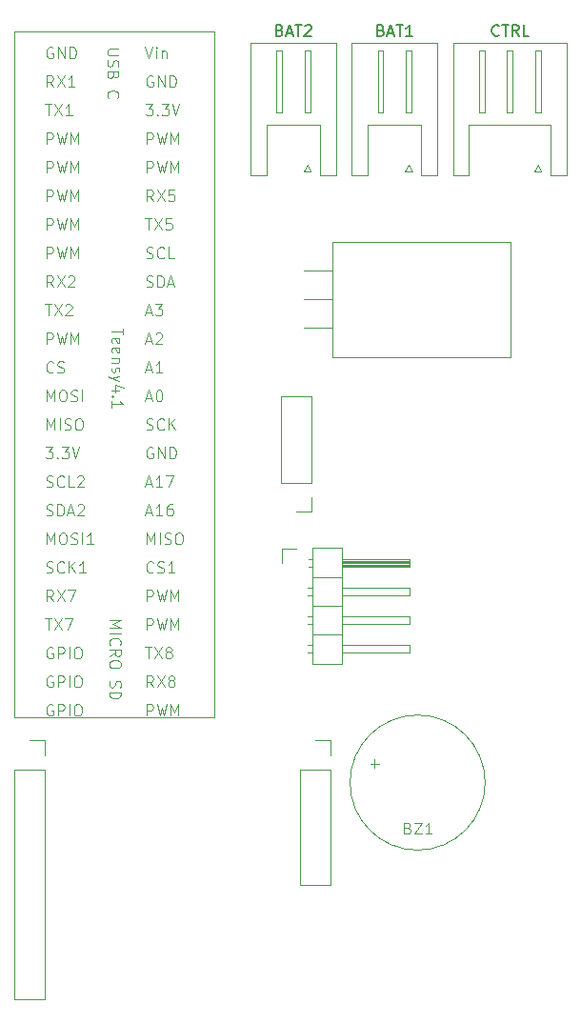
<source format=gbr>
%TF.GenerationSoftware,KiCad,Pcbnew,7.0.7*%
%TF.CreationDate,2024-05-20T18:32:26-04:00*%
%TF.ProjectId,LVPD-board_Payload,4c565044-2d62-46f6-9172-645f5061796c,rev?*%
%TF.SameCoordinates,Original*%
%TF.FileFunction,Legend,Top*%
%TF.FilePolarity,Positive*%
%FSLAX46Y46*%
G04 Gerber Fmt 4.6, Leading zero omitted, Abs format (unit mm)*
G04 Created by KiCad (PCBNEW 7.0.7) date 2024-05-20 18:32:26*
%MOMM*%
%LPD*%
G01*
G04 APERTURE LIST*
%ADD10C,0.150000*%
%ADD11C,0.100000*%
%ADD12C,0.120000*%
G04 APERTURE END LIST*
D10*
X121523809Y-72959580D02*
X121476190Y-73007200D01*
X121476190Y-73007200D02*
X121333333Y-73054819D01*
X121333333Y-73054819D02*
X121238095Y-73054819D01*
X121238095Y-73054819D02*
X121095238Y-73007200D01*
X121095238Y-73007200D02*
X121000000Y-72911961D01*
X121000000Y-72911961D02*
X120952381Y-72816723D01*
X120952381Y-72816723D02*
X120904762Y-72626247D01*
X120904762Y-72626247D02*
X120904762Y-72483390D01*
X120904762Y-72483390D02*
X120952381Y-72292914D01*
X120952381Y-72292914D02*
X121000000Y-72197676D01*
X121000000Y-72197676D02*
X121095238Y-72102438D01*
X121095238Y-72102438D02*
X121238095Y-72054819D01*
X121238095Y-72054819D02*
X121333333Y-72054819D01*
X121333333Y-72054819D02*
X121476190Y-72102438D01*
X121476190Y-72102438D02*
X121523809Y-72150057D01*
X121809524Y-72054819D02*
X122380952Y-72054819D01*
X122095238Y-73054819D02*
X122095238Y-72054819D01*
X123285714Y-73054819D02*
X122952381Y-72578628D01*
X122714286Y-73054819D02*
X122714286Y-72054819D01*
X122714286Y-72054819D02*
X123095238Y-72054819D01*
X123095238Y-72054819D02*
X123190476Y-72102438D01*
X123190476Y-72102438D02*
X123238095Y-72150057D01*
X123238095Y-72150057D02*
X123285714Y-72245295D01*
X123285714Y-72245295D02*
X123285714Y-72388152D01*
X123285714Y-72388152D02*
X123238095Y-72483390D01*
X123238095Y-72483390D02*
X123190476Y-72531009D01*
X123190476Y-72531009D02*
X123095238Y-72578628D01*
X123095238Y-72578628D02*
X122714286Y-72578628D01*
X124190476Y-73054819D02*
X123714286Y-73054819D01*
X123714286Y-73054819D02*
X123714286Y-72054819D01*
D11*
X88122580Y-99018571D02*
X88122580Y-99589999D01*
X87122580Y-99304285D02*
X88122580Y-99304285D01*
X87170200Y-100304285D02*
X87122580Y-100209047D01*
X87122580Y-100209047D02*
X87122580Y-100018571D01*
X87122580Y-100018571D02*
X87170200Y-99923333D01*
X87170200Y-99923333D02*
X87265438Y-99875714D01*
X87265438Y-99875714D02*
X87646390Y-99875714D01*
X87646390Y-99875714D02*
X87741628Y-99923333D01*
X87741628Y-99923333D02*
X87789247Y-100018571D01*
X87789247Y-100018571D02*
X87789247Y-100209047D01*
X87789247Y-100209047D02*
X87741628Y-100304285D01*
X87741628Y-100304285D02*
X87646390Y-100351904D01*
X87646390Y-100351904D02*
X87551152Y-100351904D01*
X87551152Y-100351904D02*
X87455914Y-99875714D01*
X87170200Y-101161428D02*
X87122580Y-101066190D01*
X87122580Y-101066190D02*
X87122580Y-100875714D01*
X87122580Y-100875714D02*
X87170200Y-100780476D01*
X87170200Y-100780476D02*
X87265438Y-100732857D01*
X87265438Y-100732857D02*
X87646390Y-100732857D01*
X87646390Y-100732857D02*
X87741628Y-100780476D01*
X87741628Y-100780476D02*
X87789247Y-100875714D01*
X87789247Y-100875714D02*
X87789247Y-101066190D01*
X87789247Y-101066190D02*
X87741628Y-101161428D01*
X87741628Y-101161428D02*
X87646390Y-101209047D01*
X87646390Y-101209047D02*
X87551152Y-101209047D01*
X87551152Y-101209047D02*
X87455914Y-100732857D01*
X87789247Y-101637619D02*
X87122580Y-101637619D01*
X87694009Y-101637619D02*
X87741628Y-101685238D01*
X87741628Y-101685238D02*
X87789247Y-101780476D01*
X87789247Y-101780476D02*
X87789247Y-101923333D01*
X87789247Y-101923333D02*
X87741628Y-102018571D01*
X87741628Y-102018571D02*
X87646390Y-102066190D01*
X87646390Y-102066190D02*
X87122580Y-102066190D01*
X87170200Y-102494762D02*
X87122580Y-102590000D01*
X87122580Y-102590000D02*
X87122580Y-102780476D01*
X87122580Y-102780476D02*
X87170200Y-102875714D01*
X87170200Y-102875714D02*
X87265438Y-102923333D01*
X87265438Y-102923333D02*
X87313057Y-102923333D01*
X87313057Y-102923333D02*
X87408295Y-102875714D01*
X87408295Y-102875714D02*
X87455914Y-102780476D01*
X87455914Y-102780476D02*
X87455914Y-102637619D01*
X87455914Y-102637619D02*
X87503533Y-102542381D01*
X87503533Y-102542381D02*
X87598771Y-102494762D01*
X87598771Y-102494762D02*
X87646390Y-102494762D01*
X87646390Y-102494762D02*
X87741628Y-102542381D01*
X87741628Y-102542381D02*
X87789247Y-102637619D01*
X87789247Y-102637619D02*
X87789247Y-102780476D01*
X87789247Y-102780476D02*
X87741628Y-102875714D01*
X87789247Y-103256667D02*
X87122580Y-103494762D01*
X87789247Y-103732857D02*
X87122580Y-103494762D01*
X87122580Y-103494762D02*
X86884485Y-103399524D01*
X86884485Y-103399524D02*
X86836866Y-103351905D01*
X86836866Y-103351905D02*
X86789247Y-103256667D01*
X87789247Y-104542381D02*
X87122580Y-104542381D01*
X88170200Y-104304286D02*
X87455914Y-104066191D01*
X87455914Y-104066191D02*
X87455914Y-104685238D01*
X87217819Y-105066191D02*
X87170200Y-105113810D01*
X87170200Y-105113810D02*
X87122580Y-105066191D01*
X87122580Y-105066191D02*
X87170200Y-105018572D01*
X87170200Y-105018572D02*
X87217819Y-105066191D01*
X87217819Y-105066191D02*
X87122580Y-105066191D01*
X87122580Y-106066190D02*
X87122580Y-105494762D01*
X87122580Y-105780476D02*
X88122580Y-105780476D01*
X88122580Y-105780476D02*
X87979723Y-105685238D01*
X87979723Y-105685238D02*
X87884485Y-105590000D01*
X87884485Y-105590000D02*
X87836866Y-105494762D01*
X81857693Y-74070038D02*
X81762455Y-74022419D01*
X81762455Y-74022419D02*
X81619598Y-74022419D01*
X81619598Y-74022419D02*
X81476741Y-74070038D01*
X81476741Y-74070038D02*
X81381503Y-74165276D01*
X81381503Y-74165276D02*
X81333884Y-74260514D01*
X81333884Y-74260514D02*
X81286265Y-74450990D01*
X81286265Y-74450990D02*
X81286265Y-74593847D01*
X81286265Y-74593847D02*
X81333884Y-74784323D01*
X81333884Y-74784323D02*
X81381503Y-74879561D01*
X81381503Y-74879561D02*
X81476741Y-74974800D01*
X81476741Y-74974800D02*
X81619598Y-75022419D01*
X81619598Y-75022419D02*
X81714836Y-75022419D01*
X81714836Y-75022419D02*
X81857693Y-74974800D01*
X81857693Y-74974800D02*
X81905312Y-74927180D01*
X81905312Y-74927180D02*
X81905312Y-74593847D01*
X81905312Y-74593847D02*
X81714836Y-74593847D01*
X82333884Y-75022419D02*
X82333884Y-74022419D01*
X82333884Y-74022419D02*
X82905312Y-75022419D01*
X82905312Y-75022419D02*
X82905312Y-74022419D01*
X83381503Y-75022419D02*
X83381503Y-74022419D01*
X83381503Y-74022419D02*
X83619598Y-74022419D01*
X83619598Y-74022419D02*
X83762455Y-74070038D01*
X83762455Y-74070038D02*
X83857693Y-74165276D01*
X83857693Y-74165276D02*
X83905312Y-74260514D01*
X83905312Y-74260514D02*
X83952931Y-74450990D01*
X83952931Y-74450990D02*
X83952931Y-74593847D01*
X83952931Y-74593847D02*
X83905312Y-74784323D01*
X83905312Y-74784323D02*
X83857693Y-74879561D01*
X83857693Y-74879561D02*
X83762455Y-74974800D01*
X83762455Y-74974800D02*
X83619598Y-75022419D01*
X83619598Y-75022419D02*
X83381503Y-75022419D01*
X90223884Y-82642419D02*
X90223884Y-81642419D01*
X90223884Y-81642419D02*
X90604836Y-81642419D01*
X90604836Y-81642419D02*
X90700074Y-81690038D01*
X90700074Y-81690038D02*
X90747693Y-81737657D01*
X90747693Y-81737657D02*
X90795312Y-81832895D01*
X90795312Y-81832895D02*
X90795312Y-81975752D01*
X90795312Y-81975752D02*
X90747693Y-82070990D01*
X90747693Y-82070990D02*
X90700074Y-82118609D01*
X90700074Y-82118609D02*
X90604836Y-82166228D01*
X90604836Y-82166228D02*
X90223884Y-82166228D01*
X91128646Y-81642419D02*
X91366741Y-82642419D01*
X91366741Y-82642419D02*
X91557217Y-81928133D01*
X91557217Y-81928133D02*
X91747693Y-82642419D01*
X91747693Y-82642419D02*
X91985789Y-81642419D01*
X92366741Y-82642419D02*
X92366741Y-81642419D01*
X92366741Y-81642419D02*
X92700074Y-82356704D01*
X92700074Y-82356704D02*
X93033407Y-81642419D01*
X93033407Y-81642419D02*
X93033407Y-82642419D01*
X81905312Y-102867180D02*
X81857693Y-102914800D01*
X81857693Y-102914800D02*
X81714836Y-102962419D01*
X81714836Y-102962419D02*
X81619598Y-102962419D01*
X81619598Y-102962419D02*
X81476741Y-102914800D01*
X81476741Y-102914800D02*
X81381503Y-102819561D01*
X81381503Y-102819561D02*
X81333884Y-102724323D01*
X81333884Y-102724323D02*
X81286265Y-102533847D01*
X81286265Y-102533847D02*
X81286265Y-102390990D01*
X81286265Y-102390990D02*
X81333884Y-102200514D01*
X81333884Y-102200514D02*
X81381503Y-102105276D01*
X81381503Y-102105276D02*
X81476741Y-102010038D01*
X81476741Y-102010038D02*
X81619598Y-101962419D01*
X81619598Y-101962419D02*
X81714836Y-101962419D01*
X81714836Y-101962419D02*
X81857693Y-102010038D01*
X81857693Y-102010038D02*
X81905312Y-102057657D01*
X82286265Y-102914800D02*
X82429122Y-102962419D01*
X82429122Y-102962419D02*
X82667217Y-102962419D01*
X82667217Y-102962419D02*
X82762455Y-102914800D01*
X82762455Y-102914800D02*
X82810074Y-102867180D01*
X82810074Y-102867180D02*
X82857693Y-102771942D01*
X82857693Y-102771942D02*
X82857693Y-102676704D01*
X82857693Y-102676704D02*
X82810074Y-102581466D01*
X82810074Y-102581466D02*
X82762455Y-102533847D01*
X82762455Y-102533847D02*
X82667217Y-102486228D01*
X82667217Y-102486228D02*
X82476741Y-102438609D01*
X82476741Y-102438609D02*
X82381503Y-102390990D01*
X82381503Y-102390990D02*
X82333884Y-102343371D01*
X82333884Y-102343371D02*
X82286265Y-102248133D01*
X82286265Y-102248133D02*
X82286265Y-102152895D01*
X82286265Y-102152895D02*
X82333884Y-102057657D01*
X82333884Y-102057657D02*
X82381503Y-102010038D01*
X82381503Y-102010038D02*
X82476741Y-101962419D01*
X82476741Y-101962419D02*
X82714836Y-101962419D01*
X82714836Y-101962419D02*
X82857693Y-102010038D01*
X81333884Y-92802419D02*
X81333884Y-91802419D01*
X81333884Y-91802419D02*
X81714836Y-91802419D01*
X81714836Y-91802419D02*
X81810074Y-91850038D01*
X81810074Y-91850038D02*
X81857693Y-91897657D01*
X81857693Y-91897657D02*
X81905312Y-91992895D01*
X81905312Y-91992895D02*
X81905312Y-92135752D01*
X81905312Y-92135752D02*
X81857693Y-92230990D01*
X81857693Y-92230990D02*
X81810074Y-92278609D01*
X81810074Y-92278609D02*
X81714836Y-92326228D01*
X81714836Y-92326228D02*
X81333884Y-92326228D01*
X82238646Y-91802419D02*
X82476741Y-92802419D01*
X82476741Y-92802419D02*
X82667217Y-92088133D01*
X82667217Y-92088133D02*
X82857693Y-92802419D01*
X82857693Y-92802419D02*
X83095789Y-91802419D01*
X83476741Y-92802419D02*
X83476741Y-91802419D01*
X83476741Y-91802419D02*
X83810074Y-92516704D01*
X83810074Y-92516704D02*
X84143407Y-91802419D01*
X84143407Y-91802419D02*
X84143407Y-92802419D01*
X87707580Y-74193884D02*
X86898057Y-74193884D01*
X86898057Y-74193884D02*
X86802819Y-74241503D01*
X86802819Y-74241503D02*
X86755200Y-74289122D01*
X86755200Y-74289122D02*
X86707580Y-74384360D01*
X86707580Y-74384360D02*
X86707580Y-74574836D01*
X86707580Y-74574836D02*
X86755200Y-74670074D01*
X86755200Y-74670074D02*
X86802819Y-74717693D01*
X86802819Y-74717693D02*
X86898057Y-74765312D01*
X86898057Y-74765312D02*
X87707580Y-74765312D01*
X86755200Y-75193884D02*
X86707580Y-75336741D01*
X86707580Y-75336741D02*
X86707580Y-75574836D01*
X86707580Y-75574836D02*
X86755200Y-75670074D01*
X86755200Y-75670074D02*
X86802819Y-75717693D01*
X86802819Y-75717693D02*
X86898057Y-75765312D01*
X86898057Y-75765312D02*
X86993295Y-75765312D01*
X86993295Y-75765312D02*
X87088533Y-75717693D01*
X87088533Y-75717693D02*
X87136152Y-75670074D01*
X87136152Y-75670074D02*
X87183771Y-75574836D01*
X87183771Y-75574836D02*
X87231390Y-75384360D01*
X87231390Y-75384360D02*
X87279009Y-75289122D01*
X87279009Y-75289122D02*
X87326628Y-75241503D01*
X87326628Y-75241503D02*
X87421866Y-75193884D01*
X87421866Y-75193884D02*
X87517104Y-75193884D01*
X87517104Y-75193884D02*
X87612342Y-75241503D01*
X87612342Y-75241503D02*
X87659961Y-75289122D01*
X87659961Y-75289122D02*
X87707580Y-75384360D01*
X87707580Y-75384360D02*
X87707580Y-75622455D01*
X87707580Y-75622455D02*
X87659961Y-75765312D01*
X87231390Y-76527217D02*
X87183771Y-76670074D01*
X87183771Y-76670074D02*
X87136152Y-76717693D01*
X87136152Y-76717693D02*
X87040914Y-76765312D01*
X87040914Y-76765312D02*
X86898057Y-76765312D01*
X86898057Y-76765312D02*
X86802819Y-76717693D01*
X86802819Y-76717693D02*
X86755200Y-76670074D01*
X86755200Y-76670074D02*
X86707580Y-76574836D01*
X86707580Y-76574836D02*
X86707580Y-76193884D01*
X86707580Y-76193884D02*
X87707580Y-76193884D01*
X87707580Y-76193884D02*
X87707580Y-76527217D01*
X87707580Y-76527217D02*
X87659961Y-76622455D01*
X87659961Y-76622455D02*
X87612342Y-76670074D01*
X87612342Y-76670074D02*
X87517104Y-76717693D01*
X87517104Y-76717693D02*
X87421866Y-76717693D01*
X87421866Y-76717693D02*
X87326628Y-76670074D01*
X87326628Y-76670074D02*
X87279009Y-76622455D01*
X87279009Y-76622455D02*
X87231390Y-76527217D01*
X87231390Y-76527217D02*
X87231390Y-76193884D01*
X86802819Y-78527217D02*
X86755200Y-78479598D01*
X86755200Y-78479598D02*
X86707580Y-78336741D01*
X86707580Y-78336741D02*
X86707580Y-78241503D01*
X86707580Y-78241503D02*
X86755200Y-78098646D01*
X86755200Y-78098646D02*
X86850438Y-78003408D01*
X86850438Y-78003408D02*
X86945676Y-77955789D01*
X86945676Y-77955789D02*
X87136152Y-77908170D01*
X87136152Y-77908170D02*
X87279009Y-77908170D01*
X87279009Y-77908170D02*
X87469485Y-77955789D01*
X87469485Y-77955789D02*
X87564723Y-78003408D01*
X87564723Y-78003408D02*
X87659961Y-78098646D01*
X87659961Y-78098646D02*
X87707580Y-78241503D01*
X87707580Y-78241503D02*
X87707580Y-78336741D01*
X87707580Y-78336741D02*
X87659961Y-78479598D01*
X87659961Y-78479598D02*
X87612342Y-78527217D01*
X90176265Y-92754800D02*
X90319122Y-92802419D01*
X90319122Y-92802419D02*
X90557217Y-92802419D01*
X90557217Y-92802419D02*
X90652455Y-92754800D01*
X90652455Y-92754800D02*
X90700074Y-92707180D01*
X90700074Y-92707180D02*
X90747693Y-92611942D01*
X90747693Y-92611942D02*
X90747693Y-92516704D01*
X90747693Y-92516704D02*
X90700074Y-92421466D01*
X90700074Y-92421466D02*
X90652455Y-92373847D01*
X90652455Y-92373847D02*
X90557217Y-92326228D01*
X90557217Y-92326228D02*
X90366741Y-92278609D01*
X90366741Y-92278609D02*
X90271503Y-92230990D01*
X90271503Y-92230990D02*
X90223884Y-92183371D01*
X90223884Y-92183371D02*
X90176265Y-92088133D01*
X90176265Y-92088133D02*
X90176265Y-91992895D01*
X90176265Y-91992895D02*
X90223884Y-91897657D01*
X90223884Y-91897657D02*
X90271503Y-91850038D01*
X90271503Y-91850038D02*
X90366741Y-91802419D01*
X90366741Y-91802419D02*
X90604836Y-91802419D01*
X90604836Y-91802419D02*
X90747693Y-91850038D01*
X91747693Y-92707180D02*
X91700074Y-92754800D01*
X91700074Y-92754800D02*
X91557217Y-92802419D01*
X91557217Y-92802419D02*
X91461979Y-92802419D01*
X91461979Y-92802419D02*
X91319122Y-92754800D01*
X91319122Y-92754800D02*
X91223884Y-92659561D01*
X91223884Y-92659561D02*
X91176265Y-92564323D01*
X91176265Y-92564323D02*
X91128646Y-92373847D01*
X91128646Y-92373847D02*
X91128646Y-92230990D01*
X91128646Y-92230990D02*
X91176265Y-92040514D01*
X91176265Y-92040514D02*
X91223884Y-91945276D01*
X91223884Y-91945276D02*
X91319122Y-91850038D01*
X91319122Y-91850038D02*
X91461979Y-91802419D01*
X91461979Y-91802419D02*
X91557217Y-91802419D01*
X91557217Y-91802419D02*
X91700074Y-91850038D01*
X91700074Y-91850038D02*
X91747693Y-91897657D01*
X92652455Y-92802419D02*
X92176265Y-92802419D01*
X92176265Y-92802419D02*
X92176265Y-91802419D01*
X81191027Y-96882419D02*
X81762455Y-96882419D01*
X81476741Y-97882419D02*
X81476741Y-96882419D01*
X82000551Y-96882419D02*
X82667217Y-97882419D01*
X82667217Y-96882419D02*
X82000551Y-97882419D01*
X83000551Y-96977657D02*
X83048170Y-96930038D01*
X83048170Y-96930038D02*
X83143408Y-96882419D01*
X83143408Y-96882419D02*
X83381503Y-96882419D01*
X83381503Y-96882419D02*
X83476741Y-96930038D01*
X83476741Y-96930038D02*
X83524360Y-96977657D01*
X83524360Y-96977657D02*
X83571979Y-97072895D01*
X83571979Y-97072895D02*
X83571979Y-97168133D01*
X83571979Y-97168133D02*
X83524360Y-97310990D01*
X83524360Y-97310990D02*
X82952932Y-97882419D01*
X82952932Y-97882419D02*
X83571979Y-97882419D01*
X90795312Y-120647180D02*
X90747693Y-120694800D01*
X90747693Y-120694800D02*
X90604836Y-120742419D01*
X90604836Y-120742419D02*
X90509598Y-120742419D01*
X90509598Y-120742419D02*
X90366741Y-120694800D01*
X90366741Y-120694800D02*
X90271503Y-120599561D01*
X90271503Y-120599561D02*
X90223884Y-120504323D01*
X90223884Y-120504323D02*
X90176265Y-120313847D01*
X90176265Y-120313847D02*
X90176265Y-120170990D01*
X90176265Y-120170990D02*
X90223884Y-119980514D01*
X90223884Y-119980514D02*
X90271503Y-119885276D01*
X90271503Y-119885276D02*
X90366741Y-119790038D01*
X90366741Y-119790038D02*
X90509598Y-119742419D01*
X90509598Y-119742419D02*
X90604836Y-119742419D01*
X90604836Y-119742419D02*
X90747693Y-119790038D01*
X90747693Y-119790038D02*
X90795312Y-119837657D01*
X91176265Y-120694800D02*
X91319122Y-120742419D01*
X91319122Y-120742419D02*
X91557217Y-120742419D01*
X91557217Y-120742419D02*
X91652455Y-120694800D01*
X91652455Y-120694800D02*
X91700074Y-120647180D01*
X91700074Y-120647180D02*
X91747693Y-120551942D01*
X91747693Y-120551942D02*
X91747693Y-120456704D01*
X91747693Y-120456704D02*
X91700074Y-120361466D01*
X91700074Y-120361466D02*
X91652455Y-120313847D01*
X91652455Y-120313847D02*
X91557217Y-120266228D01*
X91557217Y-120266228D02*
X91366741Y-120218609D01*
X91366741Y-120218609D02*
X91271503Y-120170990D01*
X91271503Y-120170990D02*
X91223884Y-120123371D01*
X91223884Y-120123371D02*
X91176265Y-120028133D01*
X91176265Y-120028133D02*
X91176265Y-119932895D01*
X91176265Y-119932895D02*
X91223884Y-119837657D01*
X91223884Y-119837657D02*
X91271503Y-119790038D01*
X91271503Y-119790038D02*
X91366741Y-119742419D01*
X91366741Y-119742419D02*
X91604836Y-119742419D01*
X91604836Y-119742419D02*
X91747693Y-119790038D01*
X92700074Y-120742419D02*
X92128646Y-120742419D01*
X92414360Y-120742419D02*
X92414360Y-119742419D01*
X92414360Y-119742419D02*
X92319122Y-119885276D01*
X92319122Y-119885276D02*
X92223884Y-119980514D01*
X92223884Y-119980514D02*
X92128646Y-120028133D01*
X81333884Y-100422419D02*
X81333884Y-99422419D01*
X81333884Y-99422419D02*
X81714836Y-99422419D01*
X81714836Y-99422419D02*
X81810074Y-99470038D01*
X81810074Y-99470038D02*
X81857693Y-99517657D01*
X81857693Y-99517657D02*
X81905312Y-99612895D01*
X81905312Y-99612895D02*
X81905312Y-99755752D01*
X81905312Y-99755752D02*
X81857693Y-99850990D01*
X81857693Y-99850990D02*
X81810074Y-99898609D01*
X81810074Y-99898609D02*
X81714836Y-99946228D01*
X81714836Y-99946228D02*
X81333884Y-99946228D01*
X82238646Y-99422419D02*
X82476741Y-100422419D01*
X82476741Y-100422419D02*
X82667217Y-99708133D01*
X82667217Y-99708133D02*
X82857693Y-100422419D01*
X82857693Y-100422419D02*
X83095789Y-99422419D01*
X83476741Y-100422419D02*
X83476741Y-99422419D01*
X83476741Y-99422419D02*
X83810074Y-100136704D01*
X83810074Y-100136704D02*
X84143407Y-99422419D01*
X84143407Y-99422419D02*
X84143407Y-100422419D01*
X90081027Y-89262419D02*
X90652455Y-89262419D01*
X90366741Y-90262419D02*
X90366741Y-89262419D01*
X90890551Y-89262419D02*
X91557217Y-90262419D01*
X91557217Y-89262419D02*
X90890551Y-90262419D01*
X92414360Y-89262419D02*
X91938170Y-89262419D01*
X91938170Y-89262419D02*
X91890551Y-89738609D01*
X91890551Y-89738609D02*
X91938170Y-89690990D01*
X91938170Y-89690990D02*
X92033408Y-89643371D01*
X92033408Y-89643371D02*
X92271503Y-89643371D01*
X92271503Y-89643371D02*
X92366741Y-89690990D01*
X92366741Y-89690990D02*
X92414360Y-89738609D01*
X92414360Y-89738609D02*
X92461979Y-89833847D01*
X92461979Y-89833847D02*
X92461979Y-90071942D01*
X92461979Y-90071942D02*
X92414360Y-90167180D01*
X92414360Y-90167180D02*
X92366741Y-90214800D01*
X92366741Y-90214800D02*
X92271503Y-90262419D01*
X92271503Y-90262419D02*
X92033408Y-90262419D01*
X92033408Y-90262419D02*
X91938170Y-90214800D01*
X91938170Y-90214800D02*
X91890551Y-90167180D01*
X86907580Y-124983884D02*
X87907580Y-124983884D01*
X87907580Y-124983884D02*
X87193295Y-125317217D01*
X87193295Y-125317217D02*
X87907580Y-125650550D01*
X87907580Y-125650550D02*
X86907580Y-125650550D01*
X86907580Y-126126741D02*
X87907580Y-126126741D01*
X87002819Y-127174359D02*
X86955200Y-127126740D01*
X86955200Y-127126740D02*
X86907580Y-126983883D01*
X86907580Y-126983883D02*
X86907580Y-126888645D01*
X86907580Y-126888645D02*
X86955200Y-126745788D01*
X86955200Y-126745788D02*
X87050438Y-126650550D01*
X87050438Y-126650550D02*
X87145676Y-126602931D01*
X87145676Y-126602931D02*
X87336152Y-126555312D01*
X87336152Y-126555312D02*
X87479009Y-126555312D01*
X87479009Y-126555312D02*
X87669485Y-126602931D01*
X87669485Y-126602931D02*
X87764723Y-126650550D01*
X87764723Y-126650550D02*
X87859961Y-126745788D01*
X87859961Y-126745788D02*
X87907580Y-126888645D01*
X87907580Y-126888645D02*
X87907580Y-126983883D01*
X87907580Y-126983883D02*
X87859961Y-127126740D01*
X87859961Y-127126740D02*
X87812342Y-127174359D01*
X86907580Y-128174359D02*
X87383771Y-127841026D01*
X86907580Y-127602931D02*
X87907580Y-127602931D01*
X87907580Y-127602931D02*
X87907580Y-127983883D01*
X87907580Y-127983883D02*
X87859961Y-128079121D01*
X87859961Y-128079121D02*
X87812342Y-128126740D01*
X87812342Y-128126740D02*
X87717104Y-128174359D01*
X87717104Y-128174359D02*
X87574247Y-128174359D01*
X87574247Y-128174359D02*
X87479009Y-128126740D01*
X87479009Y-128126740D02*
X87431390Y-128079121D01*
X87431390Y-128079121D02*
X87383771Y-127983883D01*
X87383771Y-127983883D02*
X87383771Y-127602931D01*
X87907580Y-128793407D02*
X87907580Y-128983883D01*
X87907580Y-128983883D02*
X87859961Y-129079121D01*
X87859961Y-129079121D02*
X87764723Y-129174359D01*
X87764723Y-129174359D02*
X87574247Y-129221978D01*
X87574247Y-129221978D02*
X87240914Y-129221978D01*
X87240914Y-129221978D02*
X87050438Y-129174359D01*
X87050438Y-129174359D02*
X86955200Y-129079121D01*
X86955200Y-129079121D02*
X86907580Y-128983883D01*
X86907580Y-128983883D02*
X86907580Y-128793407D01*
X86907580Y-128793407D02*
X86955200Y-128698169D01*
X86955200Y-128698169D02*
X87050438Y-128602931D01*
X87050438Y-128602931D02*
X87240914Y-128555312D01*
X87240914Y-128555312D02*
X87574247Y-128555312D01*
X87574247Y-128555312D02*
X87764723Y-128602931D01*
X87764723Y-128602931D02*
X87859961Y-128698169D01*
X87859961Y-128698169D02*
X87907580Y-128793407D01*
X86955200Y-130364836D02*
X86907580Y-130507693D01*
X86907580Y-130507693D02*
X86907580Y-130745788D01*
X86907580Y-130745788D02*
X86955200Y-130841026D01*
X86955200Y-130841026D02*
X87002819Y-130888645D01*
X87002819Y-130888645D02*
X87098057Y-130936264D01*
X87098057Y-130936264D02*
X87193295Y-130936264D01*
X87193295Y-130936264D02*
X87288533Y-130888645D01*
X87288533Y-130888645D02*
X87336152Y-130841026D01*
X87336152Y-130841026D02*
X87383771Y-130745788D01*
X87383771Y-130745788D02*
X87431390Y-130555312D01*
X87431390Y-130555312D02*
X87479009Y-130460074D01*
X87479009Y-130460074D02*
X87526628Y-130412455D01*
X87526628Y-130412455D02*
X87621866Y-130364836D01*
X87621866Y-130364836D02*
X87717104Y-130364836D01*
X87717104Y-130364836D02*
X87812342Y-130412455D01*
X87812342Y-130412455D02*
X87859961Y-130460074D01*
X87859961Y-130460074D02*
X87907580Y-130555312D01*
X87907580Y-130555312D02*
X87907580Y-130793407D01*
X87907580Y-130793407D02*
X87859961Y-130936264D01*
X86907580Y-131364836D02*
X87907580Y-131364836D01*
X87907580Y-131364836D02*
X87907580Y-131602931D01*
X87907580Y-131602931D02*
X87859961Y-131745788D01*
X87859961Y-131745788D02*
X87764723Y-131841026D01*
X87764723Y-131841026D02*
X87669485Y-131888645D01*
X87669485Y-131888645D02*
X87479009Y-131936264D01*
X87479009Y-131936264D02*
X87336152Y-131936264D01*
X87336152Y-131936264D02*
X87145676Y-131888645D01*
X87145676Y-131888645D02*
X87050438Y-131841026D01*
X87050438Y-131841026D02*
X86955200Y-131745788D01*
X86955200Y-131745788D02*
X86907580Y-131602931D01*
X86907580Y-131602931D02*
X86907580Y-131364836D01*
X90747693Y-109630038D02*
X90652455Y-109582419D01*
X90652455Y-109582419D02*
X90509598Y-109582419D01*
X90509598Y-109582419D02*
X90366741Y-109630038D01*
X90366741Y-109630038D02*
X90271503Y-109725276D01*
X90271503Y-109725276D02*
X90223884Y-109820514D01*
X90223884Y-109820514D02*
X90176265Y-110010990D01*
X90176265Y-110010990D02*
X90176265Y-110153847D01*
X90176265Y-110153847D02*
X90223884Y-110344323D01*
X90223884Y-110344323D02*
X90271503Y-110439561D01*
X90271503Y-110439561D02*
X90366741Y-110534800D01*
X90366741Y-110534800D02*
X90509598Y-110582419D01*
X90509598Y-110582419D02*
X90604836Y-110582419D01*
X90604836Y-110582419D02*
X90747693Y-110534800D01*
X90747693Y-110534800D02*
X90795312Y-110487180D01*
X90795312Y-110487180D02*
X90795312Y-110153847D01*
X90795312Y-110153847D02*
X90604836Y-110153847D01*
X91223884Y-110582419D02*
X91223884Y-109582419D01*
X91223884Y-109582419D02*
X91795312Y-110582419D01*
X91795312Y-110582419D02*
X91795312Y-109582419D01*
X92271503Y-110582419D02*
X92271503Y-109582419D01*
X92271503Y-109582419D02*
X92509598Y-109582419D01*
X92509598Y-109582419D02*
X92652455Y-109630038D01*
X92652455Y-109630038D02*
X92747693Y-109725276D01*
X92747693Y-109725276D02*
X92795312Y-109820514D01*
X92795312Y-109820514D02*
X92842931Y-110010990D01*
X92842931Y-110010990D02*
X92842931Y-110153847D01*
X92842931Y-110153847D02*
X92795312Y-110344323D01*
X92795312Y-110344323D02*
X92747693Y-110439561D01*
X92747693Y-110439561D02*
X92652455Y-110534800D01*
X92652455Y-110534800D02*
X92509598Y-110582419D01*
X92509598Y-110582419D02*
X92271503Y-110582419D01*
X90223884Y-133442419D02*
X90223884Y-132442419D01*
X90223884Y-132442419D02*
X90604836Y-132442419D01*
X90604836Y-132442419D02*
X90700074Y-132490038D01*
X90700074Y-132490038D02*
X90747693Y-132537657D01*
X90747693Y-132537657D02*
X90795312Y-132632895D01*
X90795312Y-132632895D02*
X90795312Y-132775752D01*
X90795312Y-132775752D02*
X90747693Y-132870990D01*
X90747693Y-132870990D02*
X90700074Y-132918609D01*
X90700074Y-132918609D02*
X90604836Y-132966228D01*
X90604836Y-132966228D02*
X90223884Y-132966228D01*
X91128646Y-132442419D02*
X91366741Y-133442419D01*
X91366741Y-133442419D02*
X91557217Y-132728133D01*
X91557217Y-132728133D02*
X91747693Y-133442419D01*
X91747693Y-133442419D02*
X91985789Y-132442419D01*
X92366741Y-133442419D02*
X92366741Y-132442419D01*
X92366741Y-132442419D02*
X92700074Y-133156704D01*
X92700074Y-133156704D02*
X93033407Y-132442419D01*
X93033407Y-132442419D02*
X93033407Y-133442419D01*
X90176265Y-105216704D02*
X90652455Y-105216704D01*
X90081027Y-105502419D02*
X90414360Y-104502419D01*
X90414360Y-104502419D02*
X90747693Y-105502419D01*
X91271503Y-104502419D02*
X91366741Y-104502419D01*
X91366741Y-104502419D02*
X91461979Y-104550038D01*
X91461979Y-104550038D02*
X91509598Y-104597657D01*
X91509598Y-104597657D02*
X91557217Y-104692895D01*
X91557217Y-104692895D02*
X91604836Y-104883371D01*
X91604836Y-104883371D02*
X91604836Y-105121466D01*
X91604836Y-105121466D02*
X91557217Y-105311942D01*
X91557217Y-105311942D02*
X91509598Y-105407180D01*
X91509598Y-105407180D02*
X91461979Y-105454800D01*
X91461979Y-105454800D02*
X91366741Y-105502419D01*
X91366741Y-105502419D02*
X91271503Y-105502419D01*
X91271503Y-105502419D02*
X91176265Y-105454800D01*
X91176265Y-105454800D02*
X91128646Y-105407180D01*
X91128646Y-105407180D02*
X91081027Y-105311942D01*
X91081027Y-105311942D02*
X91033408Y-105121466D01*
X91033408Y-105121466D02*
X91033408Y-104883371D01*
X91033408Y-104883371D02*
X91081027Y-104692895D01*
X91081027Y-104692895D02*
X91128646Y-104597657D01*
X91128646Y-104597657D02*
X91176265Y-104550038D01*
X91176265Y-104550038D02*
X91271503Y-104502419D01*
X90128646Y-79102419D02*
X90747693Y-79102419D01*
X90747693Y-79102419D02*
X90414360Y-79483371D01*
X90414360Y-79483371D02*
X90557217Y-79483371D01*
X90557217Y-79483371D02*
X90652455Y-79530990D01*
X90652455Y-79530990D02*
X90700074Y-79578609D01*
X90700074Y-79578609D02*
X90747693Y-79673847D01*
X90747693Y-79673847D02*
X90747693Y-79911942D01*
X90747693Y-79911942D02*
X90700074Y-80007180D01*
X90700074Y-80007180D02*
X90652455Y-80054800D01*
X90652455Y-80054800D02*
X90557217Y-80102419D01*
X90557217Y-80102419D02*
X90271503Y-80102419D01*
X90271503Y-80102419D02*
X90176265Y-80054800D01*
X90176265Y-80054800D02*
X90128646Y-80007180D01*
X91176265Y-80007180D02*
X91223884Y-80054800D01*
X91223884Y-80054800D02*
X91176265Y-80102419D01*
X91176265Y-80102419D02*
X91128646Y-80054800D01*
X91128646Y-80054800D02*
X91176265Y-80007180D01*
X91176265Y-80007180D02*
X91176265Y-80102419D01*
X91557217Y-79102419D02*
X92176264Y-79102419D01*
X92176264Y-79102419D02*
X91842931Y-79483371D01*
X91842931Y-79483371D02*
X91985788Y-79483371D01*
X91985788Y-79483371D02*
X92081026Y-79530990D01*
X92081026Y-79530990D02*
X92128645Y-79578609D01*
X92128645Y-79578609D02*
X92176264Y-79673847D01*
X92176264Y-79673847D02*
X92176264Y-79911942D01*
X92176264Y-79911942D02*
X92128645Y-80007180D01*
X92128645Y-80007180D02*
X92081026Y-80054800D01*
X92081026Y-80054800D02*
X91985788Y-80102419D01*
X91985788Y-80102419D02*
X91700074Y-80102419D01*
X91700074Y-80102419D02*
X91604836Y-80054800D01*
X91604836Y-80054800D02*
X91557217Y-80007180D01*
X92461979Y-79102419D02*
X92795312Y-80102419D01*
X92795312Y-80102419D02*
X93128645Y-79102419D01*
X81191027Y-124822419D02*
X81762455Y-124822419D01*
X81476741Y-125822419D02*
X81476741Y-124822419D01*
X82000551Y-124822419D02*
X82667217Y-125822419D01*
X82667217Y-124822419D02*
X82000551Y-125822419D01*
X82952932Y-124822419D02*
X83619598Y-124822419D01*
X83619598Y-124822419D02*
X83191027Y-125822419D01*
X81333884Y-85182419D02*
X81333884Y-84182419D01*
X81333884Y-84182419D02*
X81714836Y-84182419D01*
X81714836Y-84182419D02*
X81810074Y-84230038D01*
X81810074Y-84230038D02*
X81857693Y-84277657D01*
X81857693Y-84277657D02*
X81905312Y-84372895D01*
X81905312Y-84372895D02*
X81905312Y-84515752D01*
X81905312Y-84515752D02*
X81857693Y-84610990D01*
X81857693Y-84610990D02*
X81810074Y-84658609D01*
X81810074Y-84658609D02*
X81714836Y-84706228D01*
X81714836Y-84706228D02*
X81333884Y-84706228D01*
X82238646Y-84182419D02*
X82476741Y-85182419D01*
X82476741Y-85182419D02*
X82667217Y-84468133D01*
X82667217Y-84468133D02*
X82857693Y-85182419D01*
X82857693Y-85182419D02*
X83095789Y-84182419D01*
X83476741Y-85182419D02*
X83476741Y-84182419D01*
X83476741Y-84182419D02*
X83810074Y-84896704D01*
X83810074Y-84896704D02*
X84143407Y-84182419D01*
X84143407Y-84182419D02*
X84143407Y-85182419D01*
X90223884Y-123282419D02*
X90223884Y-122282419D01*
X90223884Y-122282419D02*
X90604836Y-122282419D01*
X90604836Y-122282419D02*
X90700074Y-122330038D01*
X90700074Y-122330038D02*
X90747693Y-122377657D01*
X90747693Y-122377657D02*
X90795312Y-122472895D01*
X90795312Y-122472895D02*
X90795312Y-122615752D01*
X90795312Y-122615752D02*
X90747693Y-122710990D01*
X90747693Y-122710990D02*
X90700074Y-122758609D01*
X90700074Y-122758609D02*
X90604836Y-122806228D01*
X90604836Y-122806228D02*
X90223884Y-122806228D01*
X91128646Y-122282419D02*
X91366741Y-123282419D01*
X91366741Y-123282419D02*
X91557217Y-122568133D01*
X91557217Y-122568133D02*
X91747693Y-123282419D01*
X91747693Y-123282419D02*
X91985789Y-122282419D01*
X92366741Y-123282419D02*
X92366741Y-122282419D01*
X92366741Y-122282419D02*
X92700074Y-122996704D01*
X92700074Y-122996704D02*
X93033407Y-122282419D01*
X93033407Y-122282419D02*
X93033407Y-123282419D01*
X90795312Y-87722419D02*
X90461979Y-87246228D01*
X90223884Y-87722419D02*
X90223884Y-86722419D01*
X90223884Y-86722419D02*
X90604836Y-86722419D01*
X90604836Y-86722419D02*
X90700074Y-86770038D01*
X90700074Y-86770038D02*
X90747693Y-86817657D01*
X90747693Y-86817657D02*
X90795312Y-86912895D01*
X90795312Y-86912895D02*
X90795312Y-87055752D01*
X90795312Y-87055752D02*
X90747693Y-87150990D01*
X90747693Y-87150990D02*
X90700074Y-87198609D01*
X90700074Y-87198609D02*
X90604836Y-87246228D01*
X90604836Y-87246228D02*
X90223884Y-87246228D01*
X91128646Y-86722419D02*
X91795312Y-87722419D01*
X91795312Y-86722419D02*
X91128646Y-87722419D01*
X92652455Y-86722419D02*
X92176265Y-86722419D01*
X92176265Y-86722419D02*
X92128646Y-87198609D01*
X92128646Y-87198609D02*
X92176265Y-87150990D01*
X92176265Y-87150990D02*
X92271503Y-87103371D01*
X92271503Y-87103371D02*
X92509598Y-87103371D01*
X92509598Y-87103371D02*
X92604836Y-87150990D01*
X92604836Y-87150990D02*
X92652455Y-87198609D01*
X92652455Y-87198609D02*
X92700074Y-87293847D01*
X92700074Y-87293847D02*
X92700074Y-87531942D01*
X92700074Y-87531942D02*
X92652455Y-87627180D01*
X92652455Y-87627180D02*
X92604836Y-87674800D01*
X92604836Y-87674800D02*
X92509598Y-87722419D01*
X92509598Y-87722419D02*
X92271503Y-87722419D01*
X92271503Y-87722419D02*
X92176265Y-87674800D01*
X92176265Y-87674800D02*
X92128646Y-87627180D01*
X81333884Y-82642419D02*
X81333884Y-81642419D01*
X81333884Y-81642419D02*
X81714836Y-81642419D01*
X81714836Y-81642419D02*
X81810074Y-81690038D01*
X81810074Y-81690038D02*
X81857693Y-81737657D01*
X81857693Y-81737657D02*
X81905312Y-81832895D01*
X81905312Y-81832895D02*
X81905312Y-81975752D01*
X81905312Y-81975752D02*
X81857693Y-82070990D01*
X81857693Y-82070990D02*
X81810074Y-82118609D01*
X81810074Y-82118609D02*
X81714836Y-82166228D01*
X81714836Y-82166228D02*
X81333884Y-82166228D01*
X82238646Y-81642419D02*
X82476741Y-82642419D01*
X82476741Y-82642419D02*
X82667217Y-81928133D01*
X82667217Y-81928133D02*
X82857693Y-82642419D01*
X82857693Y-82642419D02*
X83095789Y-81642419D01*
X83476741Y-82642419D02*
X83476741Y-81642419D01*
X83476741Y-81642419D02*
X83810074Y-82356704D01*
X83810074Y-82356704D02*
X84143407Y-81642419D01*
X84143407Y-81642419D02*
X84143407Y-82642419D01*
X81286265Y-115614800D02*
X81429122Y-115662419D01*
X81429122Y-115662419D02*
X81667217Y-115662419D01*
X81667217Y-115662419D02*
X81762455Y-115614800D01*
X81762455Y-115614800D02*
X81810074Y-115567180D01*
X81810074Y-115567180D02*
X81857693Y-115471942D01*
X81857693Y-115471942D02*
X81857693Y-115376704D01*
X81857693Y-115376704D02*
X81810074Y-115281466D01*
X81810074Y-115281466D02*
X81762455Y-115233847D01*
X81762455Y-115233847D02*
X81667217Y-115186228D01*
X81667217Y-115186228D02*
X81476741Y-115138609D01*
X81476741Y-115138609D02*
X81381503Y-115090990D01*
X81381503Y-115090990D02*
X81333884Y-115043371D01*
X81333884Y-115043371D02*
X81286265Y-114948133D01*
X81286265Y-114948133D02*
X81286265Y-114852895D01*
X81286265Y-114852895D02*
X81333884Y-114757657D01*
X81333884Y-114757657D02*
X81381503Y-114710038D01*
X81381503Y-114710038D02*
X81476741Y-114662419D01*
X81476741Y-114662419D02*
X81714836Y-114662419D01*
X81714836Y-114662419D02*
X81857693Y-114710038D01*
X82286265Y-115662419D02*
X82286265Y-114662419D01*
X82286265Y-114662419D02*
X82524360Y-114662419D01*
X82524360Y-114662419D02*
X82667217Y-114710038D01*
X82667217Y-114710038D02*
X82762455Y-114805276D01*
X82762455Y-114805276D02*
X82810074Y-114900514D01*
X82810074Y-114900514D02*
X82857693Y-115090990D01*
X82857693Y-115090990D02*
X82857693Y-115233847D01*
X82857693Y-115233847D02*
X82810074Y-115424323D01*
X82810074Y-115424323D02*
X82762455Y-115519561D01*
X82762455Y-115519561D02*
X82667217Y-115614800D01*
X82667217Y-115614800D02*
X82524360Y-115662419D01*
X82524360Y-115662419D02*
X82286265Y-115662419D01*
X83238646Y-115376704D02*
X83714836Y-115376704D01*
X83143408Y-115662419D02*
X83476741Y-114662419D01*
X83476741Y-114662419D02*
X83810074Y-115662419D01*
X84095789Y-114757657D02*
X84143408Y-114710038D01*
X84143408Y-114710038D02*
X84238646Y-114662419D01*
X84238646Y-114662419D02*
X84476741Y-114662419D01*
X84476741Y-114662419D02*
X84571979Y-114710038D01*
X84571979Y-114710038D02*
X84619598Y-114757657D01*
X84619598Y-114757657D02*
X84667217Y-114852895D01*
X84667217Y-114852895D02*
X84667217Y-114948133D01*
X84667217Y-114948133D02*
X84619598Y-115090990D01*
X84619598Y-115090990D02*
X84048170Y-115662419D01*
X84048170Y-115662419D02*
X84667217Y-115662419D01*
X81857693Y-129950038D02*
X81762455Y-129902419D01*
X81762455Y-129902419D02*
X81619598Y-129902419D01*
X81619598Y-129902419D02*
X81476741Y-129950038D01*
X81476741Y-129950038D02*
X81381503Y-130045276D01*
X81381503Y-130045276D02*
X81333884Y-130140514D01*
X81333884Y-130140514D02*
X81286265Y-130330990D01*
X81286265Y-130330990D02*
X81286265Y-130473847D01*
X81286265Y-130473847D02*
X81333884Y-130664323D01*
X81333884Y-130664323D02*
X81381503Y-130759561D01*
X81381503Y-130759561D02*
X81476741Y-130854800D01*
X81476741Y-130854800D02*
X81619598Y-130902419D01*
X81619598Y-130902419D02*
X81714836Y-130902419D01*
X81714836Y-130902419D02*
X81857693Y-130854800D01*
X81857693Y-130854800D02*
X81905312Y-130807180D01*
X81905312Y-130807180D02*
X81905312Y-130473847D01*
X81905312Y-130473847D02*
X81714836Y-130473847D01*
X82333884Y-130902419D02*
X82333884Y-129902419D01*
X82333884Y-129902419D02*
X82714836Y-129902419D01*
X82714836Y-129902419D02*
X82810074Y-129950038D01*
X82810074Y-129950038D02*
X82857693Y-129997657D01*
X82857693Y-129997657D02*
X82905312Y-130092895D01*
X82905312Y-130092895D02*
X82905312Y-130235752D01*
X82905312Y-130235752D02*
X82857693Y-130330990D01*
X82857693Y-130330990D02*
X82810074Y-130378609D01*
X82810074Y-130378609D02*
X82714836Y-130426228D01*
X82714836Y-130426228D02*
X82333884Y-130426228D01*
X83333884Y-130902419D02*
X83333884Y-129902419D01*
X84000550Y-129902419D02*
X84191026Y-129902419D01*
X84191026Y-129902419D02*
X84286264Y-129950038D01*
X84286264Y-129950038D02*
X84381502Y-130045276D01*
X84381502Y-130045276D02*
X84429121Y-130235752D01*
X84429121Y-130235752D02*
X84429121Y-130569085D01*
X84429121Y-130569085D02*
X84381502Y-130759561D01*
X84381502Y-130759561D02*
X84286264Y-130854800D01*
X84286264Y-130854800D02*
X84191026Y-130902419D01*
X84191026Y-130902419D02*
X84000550Y-130902419D01*
X84000550Y-130902419D02*
X83905312Y-130854800D01*
X83905312Y-130854800D02*
X83810074Y-130759561D01*
X83810074Y-130759561D02*
X83762455Y-130569085D01*
X83762455Y-130569085D02*
X83762455Y-130235752D01*
X83762455Y-130235752D02*
X83810074Y-130045276D01*
X83810074Y-130045276D02*
X83905312Y-129950038D01*
X83905312Y-129950038D02*
X84000550Y-129902419D01*
X90176265Y-95294800D02*
X90319122Y-95342419D01*
X90319122Y-95342419D02*
X90557217Y-95342419D01*
X90557217Y-95342419D02*
X90652455Y-95294800D01*
X90652455Y-95294800D02*
X90700074Y-95247180D01*
X90700074Y-95247180D02*
X90747693Y-95151942D01*
X90747693Y-95151942D02*
X90747693Y-95056704D01*
X90747693Y-95056704D02*
X90700074Y-94961466D01*
X90700074Y-94961466D02*
X90652455Y-94913847D01*
X90652455Y-94913847D02*
X90557217Y-94866228D01*
X90557217Y-94866228D02*
X90366741Y-94818609D01*
X90366741Y-94818609D02*
X90271503Y-94770990D01*
X90271503Y-94770990D02*
X90223884Y-94723371D01*
X90223884Y-94723371D02*
X90176265Y-94628133D01*
X90176265Y-94628133D02*
X90176265Y-94532895D01*
X90176265Y-94532895D02*
X90223884Y-94437657D01*
X90223884Y-94437657D02*
X90271503Y-94390038D01*
X90271503Y-94390038D02*
X90366741Y-94342419D01*
X90366741Y-94342419D02*
X90604836Y-94342419D01*
X90604836Y-94342419D02*
X90747693Y-94390038D01*
X91176265Y-95342419D02*
X91176265Y-94342419D01*
X91176265Y-94342419D02*
X91414360Y-94342419D01*
X91414360Y-94342419D02*
X91557217Y-94390038D01*
X91557217Y-94390038D02*
X91652455Y-94485276D01*
X91652455Y-94485276D02*
X91700074Y-94580514D01*
X91700074Y-94580514D02*
X91747693Y-94770990D01*
X91747693Y-94770990D02*
X91747693Y-94913847D01*
X91747693Y-94913847D02*
X91700074Y-95104323D01*
X91700074Y-95104323D02*
X91652455Y-95199561D01*
X91652455Y-95199561D02*
X91557217Y-95294800D01*
X91557217Y-95294800D02*
X91414360Y-95342419D01*
X91414360Y-95342419D02*
X91176265Y-95342419D01*
X92128646Y-95056704D02*
X92604836Y-95056704D01*
X92033408Y-95342419D02*
X92366741Y-94342419D01*
X92366741Y-94342419D02*
X92700074Y-95342419D01*
X90223884Y-118202419D02*
X90223884Y-117202419D01*
X90223884Y-117202419D02*
X90557217Y-117916704D01*
X90557217Y-117916704D02*
X90890550Y-117202419D01*
X90890550Y-117202419D02*
X90890550Y-118202419D01*
X91366741Y-118202419D02*
X91366741Y-117202419D01*
X91795312Y-118154800D02*
X91938169Y-118202419D01*
X91938169Y-118202419D02*
X92176264Y-118202419D01*
X92176264Y-118202419D02*
X92271502Y-118154800D01*
X92271502Y-118154800D02*
X92319121Y-118107180D01*
X92319121Y-118107180D02*
X92366740Y-118011942D01*
X92366740Y-118011942D02*
X92366740Y-117916704D01*
X92366740Y-117916704D02*
X92319121Y-117821466D01*
X92319121Y-117821466D02*
X92271502Y-117773847D01*
X92271502Y-117773847D02*
X92176264Y-117726228D01*
X92176264Y-117726228D02*
X91985788Y-117678609D01*
X91985788Y-117678609D02*
X91890550Y-117630990D01*
X91890550Y-117630990D02*
X91842931Y-117583371D01*
X91842931Y-117583371D02*
X91795312Y-117488133D01*
X91795312Y-117488133D02*
X91795312Y-117392895D01*
X91795312Y-117392895D02*
X91842931Y-117297657D01*
X91842931Y-117297657D02*
X91890550Y-117250038D01*
X91890550Y-117250038D02*
X91985788Y-117202419D01*
X91985788Y-117202419D02*
X92223883Y-117202419D01*
X92223883Y-117202419D02*
X92366740Y-117250038D01*
X92985788Y-117202419D02*
X93176264Y-117202419D01*
X93176264Y-117202419D02*
X93271502Y-117250038D01*
X93271502Y-117250038D02*
X93366740Y-117345276D01*
X93366740Y-117345276D02*
X93414359Y-117535752D01*
X93414359Y-117535752D02*
X93414359Y-117869085D01*
X93414359Y-117869085D02*
X93366740Y-118059561D01*
X93366740Y-118059561D02*
X93271502Y-118154800D01*
X93271502Y-118154800D02*
X93176264Y-118202419D01*
X93176264Y-118202419D02*
X92985788Y-118202419D01*
X92985788Y-118202419D02*
X92890550Y-118154800D01*
X92890550Y-118154800D02*
X92795312Y-118059561D01*
X92795312Y-118059561D02*
X92747693Y-117869085D01*
X92747693Y-117869085D02*
X92747693Y-117535752D01*
X92747693Y-117535752D02*
X92795312Y-117345276D01*
X92795312Y-117345276D02*
X92890550Y-117250038D01*
X92890550Y-117250038D02*
X92985788Y-117202419D01*
X81238646Y-109582419D02*
X81857693Y-109582419D01*
X81857693Y-109582419D02*
X81524360Y-109963371D01*
X81524360Y-109963371D02*
X81667217Y-109963371D01*
X81667217Y-109963371D02*
X81762455Y-110010990D01*
X81762455Y-110010990D02*
X81810074Y-110058609D01*
X81810074Y-110058609D02*
X81857693Y-110153847D01*
X81857693Y-110153847D02*
X81857693Y-110391942D01*
X81857693Y-110391942D02*
X81810074Y-110487180D01*
X81810074Y-110487180D02*
X81762455Y-110534800D01*
X81762455Y-110534800D02*
X81667217Y-110582419D01*
X81667217Y-110582419D02*
X81381503Y-110582419D01*
X81381503Y-110582419D02*
X81286265Y-110534800D01*
X81286265Y-110534800D02*
X81238646Y-110487180D01*
X82286265Y-110487180D02*
X82333884Y-110534800D01*
X82333884Y-110534800D02*
X82286265Y-110582419D01*
X82286265Y-110582419D02*
X82238646Y-110534800D01*
X82238646Y-110534800D02*
X82286265Y-110487180D01*
X82286265Y-110487180D02*
X82286265Y-110582419D01*
X82667217Y-109582419D02*
X83286264Y-109582419D01*
X83286264Y-109582419D02*
X82952931Y-109963371D01*
X82952931Y-109963371D02*
X83095788Y-109963371D01*
X83095788Y-109963371D02*
X83191026Y-110010990D01*
X83191026Y-110010990D02*
X83238645Y-110058609D01*
X83238645Y-110058609D02*
X83286264Y-110153847D01*
X83286264Y-110153847D02*
X83286264Y-110391942D01*
X83286264Y-110391942D02*
X83238645Y-110487180D01*
X83238645Y-110487180D02*
X83191026Y-110534800D01*
X83191026Y-110534800D02*
X83095788Y-110582419D01*
X83095788Y-110582419D02*
X82810074Y-110582419D01*
X82810074Y-110582419D02*
X82714836Y-110534800D01*
X82714836Y-110534800D02*
X82667217Y-110487180D01*
X83571979Y-109582419D02*
X83905312Y-110582419D01*
X83905312Y-110582419D02*
X84238645Y-109582419D01*
X81333884Y-105502419D02*
X81333884Y-104502419D01*
X81333884Y-104502419D02*
X81667217Y-105216704D01*
X81667217Y-105216704D02*
X82000550Y-104502419D01*
X82000550Y-104502419D02*
X82000550Y-105502419D01*
X82667217Y-104502419D02*
X82857693Y-104502419D01*
X82857693Y-104502419D02*
X82952931Y-104550038D01*
X82952931Y-104550038D02*
X83048169Y-104645276D01*
X83048169Y-104645276D02*
X83095788Y-104835752D01*
X83095788Y-104835752D02*
X83095788Y-105169085D01*
X83095788Y-105169085D02*
X83048169Y-105359561D01*
X83048169Y-105359561D02*
X82952931Y-105454800D01*
X82952931Y-105454800D02*
X82857693Y-105502419D01*
X82857693Y-105502419D02*
X82667217Y-105502419D01*
X82667217Y-105502419D02*
X82571979Y-105454800D01*
X82571979Y-105454800D02*
X82476741Y-105359561D01*
X82476741Y-105359561D02*
X82429122Y-105169085D01*
X82429122Y-105169085D02*
X82429122Y-104835752D01*
X82429122Y-104835752D02*
X82476741Y-104645276D01*
X82476741Y-104645276D02*
X82571979Y-104550038D01*
X82571979Y-104550038D02*
X82667217Y-104502419D01*
X83476741Y-105454800D02*
X83619598Y-105502419D01*
X83619598Y-105502419D02*
X83857693Y-105502419D01*
X83857693Y-105502419D02*
X83952931Y-105454800D01*
X83952931Y-105454800D02*
X84000550Y-105407180D01*
X84000550Y-105407180D02*
X84048169Y-105311942D01*
X84048169Y-105311942D02*
X84048169Y-105216704D01*
X84048169Y-105216704D02*
X84000550Y-105121466D01*
X84000550Y-105121466D02*
X83952931Y-105073847D01*
X83952931Y-105073847D02*
X83857693Y-105026228D01*
X83857693Y-105026228D02*
X83667217Y-104978609D01*
X83667217Y-104978609D02*
X83571979Y-104930990D01*
X83571979Y-104930990D02*
X83524360Y-104883371D01*
X83524360Y-104883371D02*
X83476741Y-104788133D01*
X83476741Y-104788133D02*
X83476741Y-104692895D01*
X83476741Y-104692895D02*
X83524360Y-104597657D01*
X83524360Y-104597657D02*
X83571979Y-104550038D01*
X83571979Y-104550038D02*
X83667217Y-104502419D01*
X83667217Y-104502419D02*
X83905312Y-104502419D01*
X83905312Y-104502419D02*
X84048169Y-104550038D01*
X84476741Y-105502419D02*
X84476741Y-104502419D01*
X81333884Y-118202419D02*
X81333884Y-117202419D01*
X81333884Y-117202419D02*
X81667217Y-117916704D01*
X81667217Y-117916704D02*
X82000550Y-117202419D01*
X82000550Y-117202419D02*
X82000550Y-118202419D01*
X82667217Y-117202419D02*
X82857693Y-117202419D01*
X82857693Y-117202419D02*
X82952931Y-117250038D01*
X82952931Y-117250038D02*
X83048169Y-117345276D01*
X83048169Y-117345276D02*
X83095788Y-117535752D01*
X83095788Y-117535752D02*
X83095788Y-117869085D01*
X83095788Y-117869085D02*
X83048169Y-118059561D01*
X83048169Y-118059561D02*
X82952931Y-118154800D01*
X82952931Y-118154800D02*
X82857693Y-118202419D01*
X82857693Y-118202419D02*
X82667217Y-118202419D01*
X82667217Y-118202419D02*
X82571979Y-118154800D01*
X82571979Y-118154800D02*
X82476741Y-118059561D01*
X82476741Y-118059561D02*
X82429122Y-117869085D01*
X82429122Y-117869085D02*
X82429122Y-117535752D01*
X82429122Y-117535752D02*
X82476741Y-117345276D01*
X82476741Y-117345276D02*
X82571979Y-117250038D01*
X82571979Y-117250038D02*
X82667217Y-117202419D01*
X83476741Y-118154800D02*
X83619598Y-118202419D01*
X83619598Y-118202419D02*
X83857693Y-118202419D01*
X83857693Y-118202419D02*
X83952931Y-118154800D01*
X83952931Y-118154800D02*
X84000550Y-118107180D01*
X84000550Y-118107180D02*
X84048169Y-118011942D01*
X84048169Y-118011942D02*
X84048169Y-117916704D01*
X84048169Y-117916704D02*
X84000550Y-117821466D01*
X84000550Y-117821466D02*
X83952931Y-117773847D01*
X83952931Y-117773847D02*
X83857693Y-117726228D01*
X83857693Y-117726228D02*
X83667217Y-117678609D01*
X83667217Y-117678609D02*
X83571979Y-117630990D01*
X83571979Y-117630990D02*
X83524360Y-117583371D01*
X83524360Y-117583371D02*
X83476741Y-117488133D01*
X83476741Y-117488133D02*
X83476741Y-117392895D01*
X83476741Y-117392895D02*
X83524360Y-117297657D01*
X83524360Y-117297657D02*
X83571979Y-117250038D01*
X83571979Y-117250038D02*
X83667217Y-117202419D01*
X83667217Y-117202419D02*
X83905312Y-117202419D01*
X83905312Y-117202419D02*
X84048169Y-117250038D01*
X84476741Y-118202419D02*
X84476741Y-117202419D01*
X85476740Y-118202419D02*
X84905312Y-118202419D01*
X85191026Y-118202419D02*
X85191026Y-117202419D01*
X85191026Y-117202419D02*
X85095788Y-117345276D01*
X85095788Y-117345276D02*
X85000550Y-117440514D01*
X85000550Y-117440514D02*
X84905312Y-117488133D01*
X90747693Y-76610038D02*
X90652455Y-76562419D01*
X90652455Y-76562419D02*
X90509598Y-76562419D01*
X90509598Y-76562419D02*
X90366741Y-76610038D01*
X90366741Y-76610038D02*
X90271503Y-76705276D01*
X90271503Y-76705276D02*
X90223884Y-76800514D01*
X90223884Y-76800514D02*
X90176265Y-76990990D01*
X90176265Y-76990990D02*
X90176265Y-77133847D01*
X90176265Y-77133847D02*
X90223884Y-77324323D01*
X90223884Y-77324323D02*
X90271503Y-77419561D01*
X90271503Y-77419561D02*
X90366741Y-77514800D01*
X90366741Y-77514800D02*
X90509598Y-77562419D01*
X90509598Y-77562419D02*
X90604836Y-77562419D01*
X90604836Y-77562419D02*
X90747693Y-77514800D01*
X90747693Y-77514800D02*
X90795312Y-77467180D01*
X90795312Y-77467180D02*
X90795312Y-77133847D01*
X90795312Y-77133847D02*
X90604836Y-77133847D01*
X91223884Y-77562419D02*
X91223884Y-76562419D01*
X91223884Y-76562419D02*
X91795312Y-77562419D01*
X91795312Y-77562419D02*
X91795312Y-76562419D01*
X92271503Y-77562419D02*
X92271503Y-76562419D01*
X92271503Y-76562419D02*
X92509598Y-76562419D01*
X92509598Y-76562419D02*
X92652455Y-76610038D01*
X92652455Y-76610038D02*
X92747693Y-76705276D01*
X92747693Y-76705276D02*
X92795312Y-76800514D01*
X92795312Y-76800514D02*
X92842931Y-76990990D01*
X92842931Y-76990990D02*
X92842931Y-77133847D01*
X92842931Y-77133847D02*
X92795312Y-77324323D01*
X92795312Y-77324323D02*
X92747693Y-77419561D01*
X92747693Y-77419561D02*
X92652455Y-77514800D01*
X92652455Y-77514800D02*
X92509598Y-77562419D01*
X92509598Y-77562419D02*
X92271503Y-77562419D01*
X90176265Y-115376704D02*
X90652455Y-115376704D01*
X90081027Y-115662419D02*
X90414360Y-114662419D01*
X90414360Y-114662419D02*
X90747693Y-115662419D01*
X91604836Y-115662419D02*
X91033408Y-115662419D01*
X91319122Y-115662419D02*
X91319122Y-114662419D01*
X91319122Y-114662419D02*
X91223884Y-114805276D01*
X91223884Y-114805276D02*
X91128646Y-114900514D01*
X91128646Y-114900514D02*
X91033408Y-114948133D01*
X92461979Y-114662419D02*
X92271503Y-114662419D01*
X92271503Y-114662419D02*
X92176265Y-114710038D01*
X92176265Y-114710038D02*
X92128646Y-114757657D01*
X92128646Y-114757657D02*
X92033408Y-114900514D01*
X92033408Y-114900514D02*
X91985789Y-115090990D01*
X91985789Y-115090990D02*
X91985789Y-115471942D01*
X91985789Y-115471942D02*
X92033408Y-115567180D01*
X92033408Y-115567180D02*
X92081027Y-115614800D01*
X92081027Y-115614800D02*
X92176265Y-115662419D01*
X92176265Y-115662419D02*
X92366741Y-115662419D01*
X92366741Y-115662419D02*
X92461979Y-115614800D01*
X92461979Y-115614800D02*
X92509598Y-115567180D01*
X92509598Y-115567180D02*
X92557217Y-115471942D01*
X92557217Y-115471942D02*
X92557217Y-115233847D01*
X92557217Y-115233847D02*
X92509598Y-115138609D01*
X92509598Y-115138609D02*
X92461979Y-115090990D01*
X92461979Y-115090990D02*
X92366741Y-115043371D01*
X92366741Y-115043371D02*
X92176265Y-115043371D01*
X92176265Y-115043371D02*
X92081027Y-115090990D01*
X92081027Y-115090990D02*
X92033408Y-115138609D01*
X92033408Y-115138609D02*
X91985789Y-115233847D01*
X90176265Y-100136704D02*
X90652455Y-100136704D01*
X90081027Y-100422419D02*
X90414360Y-99422419D01*
X90414360Y-99422419D02*
X90747693Y-100422419D01*
X91033408Y-99517657D02*
X91081027Y-99470038D01*
X91081027Y-99470038D02*
X91176265Y-99422419D01*
X91176265Y-99422419D02*
X91414360Y-99422419D01*
X91414360Y-99422419D02*
X91509598Y-99470038D01*
X91509598Y-99470038D02*
X91557217Y-99517657D01*
X91557217Y-99517657D02*
X91604836Y-99612895D01*
X91604836Y-99612895D02*
X91604836Y-99708133D01*
X91604836Y-99708133D02*
X91557217Y-99850990D01*
X91557217Y-99850990D02*
X90985789Y-100422419D01*
X90985789Y-100422419D02*
X91604836Y-100422419D01*
X81286265Y-120694800D02*
X81429122Y-120742419D01*
X81429122Y-120742419D02*
X81667217Y-120742419D01*
X81667217Y-120742419D02*
X81762455Y-120694800D01*
X81762455Y-120694800D02*
X81810074Y-120647180D01*
X81810074Y-120647180D02*
X81857693Y-120551942D01*
X81857693Y-120551942D02*
X81857693Y-120456704D01*
X81857693Y-120456704D02*
X81810074Y-120361466D01*
X81810074Y-120361466D02*
X81762455Y-120313847D01*
X81762455Y-120313847D02*
X81667217Y-120266228D01*
X81667217Y-120266228D02*
X81476741Y-120218609D01*
X81476741Y-120218609D02*
X81381503Y-120170990D01*
X81381503Y-120170990D02*
X81333884Y-120123371D01*
X81333884Y-120123371D02*
X81286265Y-120028133D01*
X81286265Y-120028133D02*
X81286265Y-119932895D01*
X81286265Y-119932895D02*
X81333884Y-119837657D01*
X81333884Y-119837657D02*
X81381503Y-119790038D01*
X81381503Y-119790038D02*
X81476741Y-119742419D01*
X81476741Y-119742419D02*
X81714836Y-119742419D01*
X81714836Y-119742419D02*
X81857693Y-119790038D01*
X82857693Y-120647180D02*
X82810074Y-120694800D01*
X82810074Y-120694800D02*
X82667217Y-120742419D01*
X82667217Y-120742419D02*
X82571979Y-120742419D01*
X82571979Y-120742419D02*
X82429122Y-120694800D01*
X82429122Y-120694800D02*
X82333884Y-120599561D01*
X82333884Y-120599561D02*
X82286265Y-120504323D01*
X82286265Y-120504323D02*
X82238646Y-120313847D01*
X82238646Y-120313847D02*
X82238646Y-120170990D01*
X82238646Y-120170990D02*
X82286265Y-119980514D01*
X82286265Y-119980514D02*
X82333884Y-119885276D01*
X82333884Y-119885276D02*
X82429122Y-119790038D01*
X82429122Y-119790038D02*
X82571979Y-119742419D01*
X82571979Y-119742419D02*
X82667217Y-119742419D01*
X82667217Y-119742419D02*
X82810074Y-119790038D01*
X82810074Y-119790038D02*
X82857693Y-119837657D01*
X83286265Y-120742419D02*
X83286265Y-119742419D01*
X83857693Y-120742419D02*
X83429122Y-120170990D01*
X83857693Y-119742419D02*
X83286265Y-120313847D01*
X84810074Y-120742419D02*
X84238646Y-120742419D01*
X84524360Y-120742419D02*
X84524360Y-119742419D01*
X84524360Y-119742419D02*
X84429122Y-119885276D01*
X84429122Y-119885276D02*
X84333884Y-119980514D01*
X84333884Y-119980514D02*
X84238646Y-120028133D01*
X81857693Y-132490038D02*
X81762455Y-132442419D01*
X81762455Y-132442419D02*
X81619598Y-132442419D01*
X81619598Y-132442419D02*
X81476741Y-132490038D01*
X81476741Y-132490038D02*
X81381503Y-132585276D01*
X81381503Y-132585276D02*
X81333884Y-132680514D01*
X81333884Y-132680514D02*
X81286265Y-132870990D01*
X81286265Y-132870990D02*
X81286265Y-133013847D01*
X81286265Y-133013847D02*
X81333884Y-133204323D01*
X81333884Y-133204323D02*
X81381503Y-133299561D01*
X81381503Y-133299561D02*
X81476741Y-133394800D01*
X81476741Y-133394800D02*
X81619598Y-133442419D01*
X81619598Y-133442419D02*
X81714836Y-133442419D01*
X81714836Y-133442419D02*
X81857693Y-133394800D01*
X81857693Y-133394800D02*
X81905312Y-133347180D01*
X81905312Y-133347180D02*
X81905312Y-133013847D01*
X81905312Y-133013847D02*
X81714836Y-133013847D01*
X82333884Y-133442419D02*
X82333884Y-132442419D01*
X82333884Y-132442419D02*
X82714836Y-132442419D01*
X82714836Y-132442419D02*
X82810074Y-132490038D01*
X82810074Y-132490038D02*
X82857693Y-132537657D01*
X82857693Y-132537657D02*
X82905312Y-132632895D01*
X82905312Y-132632895D02*
X82905312Y-132775752D01*
X82905312Y-132775752D02*
X82857693Y-132870990D01*
X82857693Y-132870990D02*
X82810074Y-132918609D01*
X82810074Y-132918609D02*
X82714836Y-132966228D01*
X82714836Y-132966228D02*
X82333884Y-132966228D01*
X83333884Y-133442419D02*
X83333884Y-132442419D01*
X84000550Y-132442419D02*
X84191026Y-132442419D01*
X84191026Y-132442419D02*
X84286264Y-132490038D01*
X84286264Y-132490038D02*
X84381502Y-132585276D01*
X84381502Y-132585276D02*
X84429121Y-132775752D01*
X84429121Y-132775752D02*
X84429121Y-133109085D01*
X84429121Y-133109085D02*
X84381502Y-133299561D01*
X84381502Y-133299561D02*
X84286264Y-133394800D01*
X84286264Y-133394800D02*
X84191026Y-133442419D01*
X84191026Y-133442419D02*
X84000550Y-133442419D01*
X84000550Y-133442419D02*
X83905312Y-133394800D01*
X83905312Y-133394800D02*
X83810074Y-133299561D01*
X83810074Y-133299561D02*
X83762455Y-133109085D01*
X83762455Y-133109085D02*
X83762455Y-132775752D01*
X83762455Y-132775752D02*
X83810074Y-132585276D01*
X83810074Y-132585276D02*
X83905312Y-132490038D01*
X83905312Y-132490038D02*
X84000550Y-132442419D01*
X90176265Y-97596704D02*
X90652455Y-97596704D01*
X90081027Y-97882419D02*
X90414360Y-96882419D01*
X90414360Y-96882419D02*
X90747693Y-97882419D01*
X90985789Y-96882419D02*
X91604836Y-96882419D01*
X91604836Y-96882419D02*
X91271503Y-97263371D01*
X91271503Y-97263371D02*
X91414360Y-97263371D01*
X91414360Y-97263371D02*
X91509598Y-97310990D01*
X91509598Y-97310990D02*
X91557217Y-97358609D01*
X91557217Y-97358609D02*
X91604836Y-97453847D01*
X91604836Y-97453847D02*
X91604836Y-97691942D01*
X91604836Y-97691942D02*
X91557217Y-97787180D01*
X91557217Y-97787180D02*
X91509598Y-97834800D01*
X91509598Y-97834800D02*
X91414360Y-97882419D01*
X91414360Y-97882419D02*
X91128646Y-97882419D01*
X91128646Y-97882419D02*
X91033408Y-97834800D01*
X91033408Y-97834800D02*
X90985789Y-97787180D01*
X90176265Y-102676704D02*
X90652455Y-102676704D01*
X90081027Y-102962419D02*
X90414360Y-101962419D01*
X90414360Y-101962419D02*
X90747693Y-102962419D01*
X91604836Y-102962419D02*
X91033408Y-102962419D01*
X91319122Y-102962419D02*
X91319122Y-101962419D01*
X91319122Y-101962419D02*
X91223884Y-102105276D01*
X91223884Y-102105276D02*
X91128646Y-102200514D01*
X91128646Y-102200514D02*
X91033408Y-102248133D01*
X90176265Y-112836704D02*
X90652455Y-112836704D01*
X90081027Y-113122419D02*
X90414360Y-112122419D01*
X90414360Y-112122419D02*
X90747693Y-113122419D01*
X91604836Y-113122419D02*
X91033408Y-113122419D01*
X91319122Y-113122419D02*
X91319122Y-112122419D01*
X91319122Y-112122419D02*
X91223884Y-112265276D01*
X91223884Y-112265276D02*
X91128646Y-112360514D01*
X91128646Y-112360514D02*
X91033408Y-112408133D01*
X91938170Y-112122419D02*
X92604836Y-112122419D01*
X92604836Y-112122419D02*
X92176265Y-113122419D01*
X81905312Y-77562419D02*
X81571979Y-77086228D01*
X81333884Y-77562419D02*
X81333884Y-76562419D01*
X81333884Y-76562419D02*
X81714836Y-76562419D01*
X81714836Y-76562419D02*
X81810074Y-76610038D01*
X81810074Y-76610038D02*
X81857693Y-76657657D01*
X81857693Y-76657657D02*
X81905312Y-76752895D01*
X81905312Y-76752895D02*
X81905312Y-76895752D01*
X81905312Y-76895752D02*
X81857693Y-76990990D01*
X81857693Y-76990990D02*
X81810074Y-77038609D01*
X81810074Y-77038609D02*
X81714836Y-77086228D01*
X81714836Y-77086228D02*
X81333884Y-77086228D01*
X82238646Y-76562419D02*
X82905312Y-77562419D01*
X82905312Y-76562419D02*
X82238646Y-77562419D01*
X83810074Y-77562419D02*
X83238646Y-77562419D01*
X83524360Y-77562419D02*
X83524360Y-76562419D01*
X83524360Y-76562419D02*
X83429122Y-76705276D01*
X83429122Y-76705276D02*
X83333884Y-76800514D01*
X83333884Y-76800514D02*
X83238646Y-76848133D01*
X90223884Y-125822419D02*
X90223884Y-124822419D01*
X90223884Y-124822419D02*
X90604836Y-124822419D01*
X90604836Y-124822419D02*
X90700074Y-124870038D01*
X90700074Y-124870038D02*
X90747693Y-124917657D01*
X90747693Y-124917657D02*
X90795312Y-125012895D01*
X90795312Y-125012895D02*
X90795312Y-125155752D01*
X90795312Y-125155752D02*
X90747693Y-125250990D01*
X90747693Y-125250990D02*
X90700074Y-125298609D01*
X90700074Y-125298609D02*
X90604836Y-125346228D01*
X90604836Y-125346228D02*
X90223884Y-125346228D01*
X91128646Y-124822419D02*
X91366741Y-125822419D01*
X91366741Y-125822419D02*
X91557217Y-125108133D01*
X91557217Y-125108133D02*
X91747693Y-125822419D01*
X91747693Y-125822419D02*
X91985789Y-124822419D01*
X92366741Y-125822419D02*
X92366741Y-124822419D01*
X92366741Y-124822419D02*
X92700074Y-125536704D01*
X92700074Y-125536704D02*
X93033407Y-124822419D01*
X93033407Y-124822419D02*
X93033407Y-125822419D01*
X81286265Y-113074800D02*
X81429122Y-113122419D01*
X81429122Y-113122419D02*
X81667217Y-113122419D01*
X81667217Y-113122419D02*
X81762455Y-113074800D01*
X81762455Y-113074800D02*
X81810074Y-113027180D01*
X81810074Y-113027180D02*
X81857693Y-112931942D01*
X81857693Y-112931942D02*
X81857693Y-112836704D01*
X81857693Y-112836704D02*
X81810074Y-112741466D01*
X81810074Y-112741466D02*
X81762455Y-112693847D01*
X81762455Y-112693847D02*
X81667217Y-112646228D01*
X81667217Y-112646228D02*
X81476741Y-112598609D01*
X81476741Y-112598609D02*
X81381503Y-112550990D01*
X81381503Y-112550990D02*
X81333884Y-112503371D01*
X81333884Y-112503371D02*
X81286265Y-112408133D01*
X81286265Y-112408133D02*
X81286265Y-112312895D01*
X81286265Y-112312895D02*
X81333884Y-112217657D01*
X81333884Y-112217657D02*
X81381503Y-112170038D01*
X81381503Y-112170038D02*
X81476741Y-112122419D01*
X81476741Y-112122419D02*
X81714836Y-112122419D01*
X81714836Y-112122419D02*
X81857693Y-112170038D01*
X82857693Y-113027180D02*
X82810074Y-113074800D01*
X82810074Y-113074800D02*
X82667217Y-113122419D01*
X82667217Y-113122419D02*
X82571979Y-113122419D01*
X82571979Y-113122419D02*
X82429122Y-113074800D01*
X82429122Y-113074800D02*
X82333884Y-112979561D01*
X82333884Y-112979561D02*
X82286265Y-112884323D01*
X82286265Y-112884323D02*
X82238646Y-112693847D01*
X82238646Y-112693847D02*
X82238646Y-112550990D01*
X82238646Y-112550990D02*
X82286265Y-112360514D01*
X82286265Y-112360514D02*
X82333884Y-112265276D01*
X82333884Y-112265276D02*
X82429122Y-112170038D01*
X82429122Y-112170038D02*
X82571979Y-112122419D01*
X82571979Y-112122419D02*
X82667217Y-112122419D01*
X82667217Y-112122419D02*
X82810074Y-112170038D01*
X82810074Y-112170038D02*
X82857693Y-112217657D01*
X83762455Y-113122419D02*
X83286265Y-113122419D01*
X83286265Y-113122419D02*
X83286265Y-112122419D01*
X84048170Y-112217657D02*
X84095789Y-112170038D01*
X84095789Y-112170038D02*
X84191027Y-112122419D01*
X84191027Y-112122419D02*
X84429122Y-112122419D01*
X84429122Y-112122419D02*
X84524360Y-112170038D01*
X84524360Y-112170038D02*
X84571979Y-112217657D01*
X84571979Y-112217657D02*
X84619598Y-112312895D01*
X84619598Y-112312895D02*
X84619598Y-112408133D01*
X84619598Y-112408133D02*
X84571979Y-112550990D01*
X84571979Y-112550990D02*
X84000551Y-113122419D01*
X84000551Y-113122419D02*
X84619598Y-113122419D01*
X90081027Y-127362419D02*
X90652455Y-127362419D01*
X90366741Y-128362419D02*
X90366741Y-127362419D01*
X90890551Y-127362419D02*
X91557217Y-128362419D01*
X91557217Y-127362419D02*
X90890551Y-128362419D01*
X92081027Y-127790990D02*
X91985789Y-127743371D01*
X91985789Y-127743371D02*
X91938170Y-127695752D01*
X91938170Y-127695752D02*
X91890551Y-127600514D01*
X91890551Y-127600514D02*
X91890551Y-127552895D01*
X91890551Y-127552895D02*
X91938170Y-127457657D01*
X91938170Y-127457657D02*
X91985789Y-127410038D01*
X91985789Y-127410038D02*
X92081027Y-127362419D01*
X92081027Y-127362419D02*
X92271503Y-127362419D01*
X92271503Y-127362419D02*
X92366741Y-127410038D01*
X92366741Y-127410038D02*
X92414360Y-127457657D01*
X92414360Y-127457657D02*
X92461979Y-127552895D01*
X92461979Y-127552895D02*
X92461979Y-127600514D01*
X92461979Y-127600514D02*
X92414360Y-127695752D01*
X92414360Y-127695752D02*
X92366741Y-127743371D01*
X92366741Y-127743371D02*
X92271503Y-127790990D01*
X92271503Y-127790990D02*
X92081027Y-127790990D01*
X92081027Y-127790990D02*
X91985789Y-127838609D01*
X91985789Y-127838609D02*
X91938170Y-127886228D01*
X91938170Y-127886228D02*
X91890551Y-127981466D01*
X91890551Y-127981466D02*
X91890551Y-128171942D01*
X91890551Y-128171942D02*
X91938170Y-128267180D01*
X91938170Y-128267180D02*
X91985789Y-128314800D01*
X91985789Y-128314800D02*
X92081027Y-128362419D01*
X92081027Y-128362419D02*
X92271503Y-128362419D01*
X92271503Y-128362419D02*
X92366741Y-128314800D01*
X92366741Y-128314800D02*
X92414360Y-128267180D01*
X92414360Y-128267180D02*
X92461979Y-128171942D01*
X92461979Y-128171942D02*
X92461979Y-127981466D01*
X92461979Y-127981466D02*
X92414360Y-127886228D01*
X92414360Y-127886228D02*
X92366741Y-127838609D01*
X92366741Y-127838609D02*
X92271503Y-127790990D01*
X81333884Y-87722419D02*
X81333884Y-86722419D01*
X81333884Y-86722419D02*
X81714836Y-86722419D01*
X81714836Y-86722419D02*
X81810074Y-86770038D01*
X81810074Y-86770038D02*
X81857693Y-86817657D01*
X81857693Y-86817657D02*
X81905312Y-86912895D01*
X81905312Y-86912895D02*
X81905312Y-87055752D01*
X81905312Y-87055752D02*
X81857693Y-87150990D01*
X81857693Y-87150990D02*
X81810074Y-87198609D01*
X81810074Y-87198609D02*
X81714836Y-87246228D01*
X81714836Y-87246228D02*
X81333884Y-87246228D01*
X82238646Y-86722419D02*
X82476741Y-87722419D01*
X82476741Y-87722419D02*
X82667217Y-87008133D01*
X82667217Y-87008133D02*
X82857693Y-87722419D01*
X82857693Y-87722419D02*
X83095789Y-86722419D01*
X83476741Y-87722419D02*
X83476741Y-86722419D01*
X83476741Y-86722419D02*
X83810074Y-87436704D01*
X83810074Y-87436704D02*
X84143407Y-86722419D01*
X84143407Y-86722419D02*
X84143407Y-87722419D01*
X90223884Y-85182419D02*
X90223884Y-84182419D01*
X90223884Y-84182419D02*
X90604836Y-84182419D01*
X90604836Y-84182419D02*
X90700074Y-84230038D01*
X90700074Y-84230038D02*
X90747693Y-84277657D01*
X90747693Y-84277657D02*
X90795312Y-84372895D01*
X90795312Y-84372895D02*
X90795312Y-84515752D01*
X90795312Y-84515752D02*
X90747693Y-84610990D01*
X90747693Y-84610990D02*
X90700074Y-84658609D01*
X90700074Y-84658609D02*
X90604836Y-84706228D01*
X90604836Y-84706228D02*
X90223884Y-84706228D01*
X91128646Y-84182419D02*
X91366741Y-85182419D01*
X91366741Y-85182419D02*
X91557217Y-84468133D01*
X91557217Y-84468133D02*
X91747693Y-85182419D01*
X91747693Y-85182419D02*
X91985789Y-84182419D01*
X92366741Y-85182419D02*
X92366741Y-84182419D01*
X92366741Y-84182419D02*
X92700074Y-84896704D01*
X92700074Y-84896704D02*
X93033407Y-84182419D01*
X93033407Y-84182419D02*
X93033407Y-85182419D01*
X81905312Y-123282419D02*
X81571979Y-122806228D01*
X81333884Y-123282419D02*
X81333884Y-122282419D01*
X81333884Y-122282419D02*
X81714836Y-122282419D01*
X81714836Y-122282419D02*
X81810074Y-122330038D01*
X81810074Y-122330038D02*
X81857693Y-122377657D01*
X81857693Y-122377657D02*
X81905312Y-122472895D01*
X81905312Y-122472895D02*
X81905312Y-122615752D01*
X81905312Y-122615752D02*
X81857693Y-122710990D01*
X81857693Y-122710990D02*
X81810074Y-122758609D01*
X81810074Y-122758609D02*
X81714836Y-122806228D01*
X81714836Y-122806228D02*
X81333884Y-122806228D01*
X82238646Y-122282419D02*
X82905312Y-123282419D01*
X82905312Y-122282419D02*
X82238646Y-123282419D01*
X83191027Y-122282419D02*
X83857693Y-122282419D01*
X83857693Y-122282419D02*
X83429122Y-123282419D01*
X90176265Y-107994800D02*
X90319122Y-108042419D01*
X90319122Y-108042419D02*
X90557217Y-108042419D01*
X90557217Y-108042419D02*
X90652455Y-107994800D01*
X90652455Y-107994800D02*
X90700074Y-107947180D01*
X90700074Y-107947180D02*
X90747693Y-107851942D01*
X90747693Y-107851942D02*
X90747693Y-107756704D01*
X90747693Y-107756704D02*
X90700074Y-107661466D01*
X90700074Y-107661466D02*
X90652455Y-107613847D01*
X90652455Y-107613847D02*
X90557217Y-107566228D01*
X90557217Y-107566228D02*
X90366741Y-107518609D01*
X90366741Y-107518609D02*
X90271503Y-107470990D01*
X90271503Y-107470990D02*
X90223884Y-107423371D01*
X90223884Y-107423371D02*
X90176265Y-107328133D01*
X90176265Y-107328133D02*
X90176265Y-107232895D01*
X90176265Y-107232895D02*
X90223884Y-107137657D01*
X90223884Y-107137657D02*
X90271503Y-107090038D01*
X90271503Y-107090038D02*
X90366741Y-107042419D01*
X90366741Y-107042419D02*
X90604836Y-107042419D01*
X90604836Y-107042419D02*
X90747693Y-107090038D01*
X91747693Y-107947180D02*
X91700074Y-107994800D01*
X91700074Y-107994800D02*
X91557217Y-108042419D01*
X91557217Y-108042419D02*
X91461979Y-108042419D01*
X91461979Y-108042419D02*
X91319122Y-107994800D01*
X91319122Y-107994800D02*
X91223884Y-107899561D01*
X91223884Y-107899561D02*
X91176265Y-107804323D01*
X91176265Y-107804323D02*
X91128646Y-107613847D01*
X91128646Y-107613847D02*
X91128646Y-107470990D01*
X91128646Y-107470990D02*
X91176265Y-107280514D01*
X91176265Y-107280514D02*
X91223884Y-107185276D01*
X91223884Y-107185276D02*
X91319122Y-107090038D01*
X91319122Y-107090038D02*
X91461979Y-107042419D01*
X91461979Y-107042419D02*
X91557217Y-107042419D01*
X91557217Y-107042419D02*
X91700074Y-107090038D01*
X91700074Y-107090038D02*
X91747693Y-107137657D01*
X92176265Y-108042419D02*
X92176265Y-107042419D01*
X92747693Y-108042419D02*
X92319122Y-107470990D01*
X92747693Y-107042419D02*
X92176265Y-107613847D01*
X81857693Y-127410038D02*
X81762455Y-127362419D01*
X81762455Y-127362419D02*
X81619598Y-127362419D01*
X81619598Y-127362419D02*
X81476741Y-127410038D01*
X81476741Y-127410038D02*
X81381503Y-127505276D01*
X81381503Y-127505276D02*
X81333884Y-127600514D01*
X81333884Y-127600514D02*
X81286265Y-127790990D01*
X81286265Y-127790990D02*
X81286265Y-127933847D01*
X81286265Y-127933847D02*
X81333884Y-128124323D01*
X81333884Y-128124323D02*
X81381503Y-128219561D01*
X81381503Y-128219561D02*
X81476741Y-128314800D01*
X81476741Y-128314800D02*
X81619598Y-128362419D01*
X81619598Y-128362419D02*
X81714836Y-128362419D01*
X81714836Y-128362419D02*
X81857693Y-128314800D01*
X81857693Y-128314800D02*
X81905312Y-128267180D01*
X81905312Y-128267180D02*
X81905312Y-127933847D01*
X81905312Y-127933847D02*
X81714836Y-127933847D01*
X82333884Y-128362419D02*
X82333884Y-127362419D01*
X82333884Y-127362419D02*
X82714836Y-127362419D01*
X82714836Y-127362419D02*
X82810074Y-127410038D01*
X82810074Y-127410038D02*
X82857693Y-127457657D01*
X82857693Y-127457657D02*
X82905312Y-127552895D01*
X82905312Y-127552895D02*
X82905312Y-127695752D01*
X82905312Y-127695752D02*
X82857693Y-127790990D01*
X82857693Y-127790990D02*
X82810074Y-127838609D01*
X82810074Y-127838609D02*
X82714836Y-127886228D01*
X82714836Y-127886228D02*
X82333884Y-127886228D01*
X83333884Y-128362419D02*
X83333884Y-127362419D01*
X84000550Y-127362419D02*
X84191026Y-127362419D01*
X84191026Y-127362419D02*
X84286264Y-127410038D01*
X84286264Y-127410038D02*
X84381502Y-127505276D01*
X84381502Y-127505276D02*
X84429121Y-127695752D01*
X84429121Y-127695752D02*
X84429121Y-128029085D01*
X84429121Y-128029085D02*
X84381502Y-128219561D01*
X84381502Y-128219561D02*
X84286264Y-128314800D01*
X84286264Y-128314800D02*
X84191026Y-128362419D01*
X84191026Y-128362419D02*
X84000550Y-128362419D01*
X84000550Y-128362419D02*
X83905312Y-128314800D01*
X83905312Y-128314800D02*
X83810074Y-128219561D01*
X83810074Y-128219561D02*
X83762455Y-128029085D01*
X83762455Y-128029085D02*
X83762455Y-127695752D01*
X83762455Y-127695752D02*
X83810074Y-127505276D01*
X83810074Y-127505276D02*
X83905312Y-127410038D01*
X83905312Y-127410038D02*
X84000550Y-127362419D01*
X90795312Y-130902419D02*
X90461979Y-130426228D01*
X90223884Y-130902419D02*
X90223884Y-129902419D01*
X90223884Y-129902419D02*
X90604836Y-129902419D01*
X90604836Y-129902419D02*
X90700074Y-129950038D01*
X90700074Y-129950038D02*
X90747693Y-129997657D01*
X90747693Y-129997657D02*
X90795312Y-130092895D01*
X90795312Y-130092895D02*
X90795312Y-130235752D01*
X90795312Y-130235752D02*
X90747693Y-130330990D01*
X90747693Y-130330990D02*
X90700074Y-130378609D01*
X90700074Y-130378609D02*
X90604836Y-130426228D01*
X90604836Y-130426228D02*
X90223884Y-130426228D01*
X91128646Y-129902419D02*
X91795312Y-130902419D01*
X91795312Y-129902419D02*
X91128646Y-130902419D01*
X92319122Y-130330990D02*
X92223884Y-130283371D01*
X92223884Y-130283371D02*
X92176265Y-130235752D01*
X92176265Y-130235752D02*
X92128646Y-130140514D01*
X92128646Y-130140514D02*
X92128646Y-130092895D01*
X92128646Y-130092895D02*
X92176265Y-129997657D01*
X92176265Y-129997657D02*
X92223884Y-129950038D01*
X92223884Y-129950038D02*
X92319122Y-129902419D01*
X92319122Y-129902419D02*
X92509598Y-129902419D01*
X92509598Y-129902419D02*
X92604836Y-129950038D01*
X92604836Y-129950038D02*
X92652455Y-129997657D01*
X92652455Y-129997657D02*
X92700074Y-130092895D01*
X92700074Y-130092895D02*
X92700074Y-130140514D01*
X92700074Y-130140514D02*
X92652455Y-130235752D01*
X92652455Y-130235752D02*
X92604836Y-130283371D01*
X92604836Y-130283371D02*
X92509598Y-130330990D01*
X92509598Y-130330990D02*
X92319122Y-130330990D01*
X92319122Y-130330990D02*
X92223884Y-130378609D01*
X92223884Y-130378609D02*
X92176265Y-130426228D01*
X92176265Y-130426228D02*
X92128646Y-130521466D01*
X92128646Y-130521466D02*
X92128646Y-130711942D01*
X92128646Y-130711942D02*
X92176265Y-130807180D01*
X92176265Y-130807180D02*
X92223884Y-130854800D01*
X92223884Y-130854800D02*
X92319122Y-130902419D01*
X92319122Y-130902419D02*
X92509598Y-130902419D01*
X92509598Y-130902419D02*
X92604836Y-130854800D01*
X92604836Y-130854800D02*
X92652455Y-130807180D01*
X92652455Y-130807180D02*
X92700074Y-130711942D01*
X92700074Y-130711942D02*
X92700074Y-130521466D01*
X92700074Y-130521466D02*
X92652455Y-130426228D01*
X92652455Y-130426228D02*
X92604836Y-130378609D01*
X92604836Y-130378609D02*
X92509598Y-130330990D01*
X81333884Y-108042419D02*
X81333884Y-107042419D01*
X81333884Y-107042419D02*
X81667217Y-107756704D01*
X81667217Y-107756704D02*
X82000550Y-107042419D01*
X82000550Y-107042419D02*
X82000550Y-108042419D01*
X82476741Y-108042419D02*
X82476741Y-107042419D01*
X82905312Y-107994800D02*
X83048169Y-108042419D01*
X83048169Y-108042419D02*
X83286264Y-108042419D01*
X83286264Y-108042419D02*
X83381502Y-107994800D01*
X83381502Y-107994800D02*
X83429121Y-107947180D01*
X83429121Y-107947180D02*
X83476740Y-107851942D01*
X83476740Y-107851942D02*
X83476740Y-107756704D01*
X83476740Y-107756704D02*
X83429121Y-107661466D01*
X83429121Y-107661466D02*
X83381502Y-107613847D01*
X83381502Y-107613847D02*
X83286264Y-107566228D01*
X83286264Y-107566228D02*
X83095788Y-107518609D01*
X83095788Y-107518609D02*
X83000550Y-107470990D01*
X83000550Y-107470990D02*
X82952931Y-107423371D01*
X82952931Y-107423371D02*
X82905312Y-107328133D01*
X82905312Y-107328133D02*
X82905312Y-107232895D01*
X82905312Y-107232895D02*
X82952931Y-107137657D01*
X82952931Y-107137657D02*
X83000550Y-107090038D01*
X83000550Y-107090038D02*
X83095788Y-107042419D01*
X83095788Y-107042419D02*
X83333883Y-107042419D01*
X83333883Y-107042419D02*
X83476740Y-107090038D01*
X84095788Y-107042419D02*
X84286264Y-107042419D01*
X84286264Y-107042419D02*
X84381502Y-107090038D01*
X84381502Y-107090038D02*
X84476740Y-107185276D01*
X84476740Y-107185276D02*
X84524359Y-107375752D01*
X84524359Y-107375752D02*
X84524359Y-107709085D01*
X84524359Y-107709085D02*
X84476740Y-107899561D01*
X84476740Y-107899561D02*
X84381502Y-107994800D01*
X84381502Y-107994800D02*
X84286264Y-108042419D01*
X84286264Y-108042419D02*
X84095788Y-108042419D01*
X84095788Y-108042419D02*
X84000550Y-107994800D01*
X84000550Y-107994800D02*
X83905312Y-107899561D01*
X83905312Y-107899561D02*
X83857693Y-107709085D01*
X83857693Y-107709085D02*
X83857693Y-107375752D01*
X83857693Y-107375752D02*
X83905312Y-107185276D01*
X83905312Y-107185276D02*
X84000550Y-107090038D01*
X84000550Y-107090038D02*
X84095788Y-107042419D01*
X81333884Y-90262419D02*
X81333884Y-89262419D01*
X81333884Y-89262419D02*
X81714836Y-89262419D01*
X81714836Y-89262419D02*
X81810074Y-89310038D01*
X81810074Y-89310038D02*
X81857693Y-89357657D01*
X81857693Y-89357657D02*
X81905312Y-89452895D01*
X81905312Y-89452895D02*
X81905312Y-89595752D01*
X81905312Y-89595752D02*
X81857693Y-89690990D01*
X81857693Y-89690990D02*
X81810074Y-89738609D01*
X81810074Y-89738609D02*
X81714836Y-89786228D01*
X81714836Y-89786228D02*
X81333884Y-89786228D01*
X82238646Y-89262419D02*
X82476741Y-90262419D01*
X82476741Y-90262419D02*
X82667217Y-89548133D01*
X82667217Y-89548133D02*
X82857693Y-90262419D01*
X82857693Y-90262419D02*
X83095789Y-89262419D01*
X83476741Y-90262419D02*
X83476741Y-89262419D01*
X83476741Y-89262419D02*
X83810074Y-89976704D01*
X83810074Y-89976704D02*
X84143407Y-89262419D01*
X84143407Y-89262419D02*
X84143407Y-90262419D01*
X90081027Y-74022419D02*
X90414360Y-75022419D01*
X90414360Y-75022419D02*
X90747693Y-74022419D01*
X91081027Y-75022419D02*
X91081027Y-74355752D01*
X91081027Y-74022419D02*
X91033408Y-74070038D01*
X91033408Y-74070038D02*
X91081027Y-74117657D01*
X91081027Y-74117657D02*
X91128646Y-74070038D01*
X91128646Y-74070038D02*
X91081027Y-74022419D01*
X91081027Y-74022419D02*
X91081027Y-74117657D01*
X91557217Y-74355752D02*
X91557217Y-75022419D01*
X91557217Y-74450990D02*
X91604836Y-74403371D01*
X91604836Y-74403371D02*
X91700074Y-74355752D01*
X91700074Y-74355752D02*
X91842931Y-74355752D01*
X91842931Y-74355752D02*
X91938169Y-74403371D01*
X91938169Y-74403371D02*
X91985788Y-74498609D01*
X91985788Y-74498609D02*
X91985788Y-75022419D01*
X81191027Y-79102419D02*
X81762455Y-79102419D01*
X81476741Y-80102419D02*
X81476741Y-79102419D01*
X82000551Y-79102419D02*
X82667217Y-80102419D01*
X82667217Y-79102419D02*
X82000551Y-80102419D01*
X83571979Y-80102419D02*
X83000551Y-80102419D01*
X83286265Y-80102419D02*
X83286265Y-79102419D01*
X83286265Y-79102419D02*
X83191027Y-79245276D01*
X83191027Y-79245276D02*
X83095789Y-79340514D01*
X83095789Y-79340514D02*
X83000551Y-79388133D01*
X81905312Y-95342419D02*
X81571979Y-94866228D01*
X81333884Y-95342419D02*
X81333884Y-94342419D01*
X81333884Y-94342419D02*
X81714836Y-94342419D01*
X81714836Y-94342419D02*
X81810074Y-94390038D01*
X81810074Y-94390038D02*
X81857693Y-94437657D01*
X81857693Y-94437657D02*
X81905312Y-94532895D01*
X81905312Y-94532895D02*
X81905312Y-94675752D01*
X81905312Y-94675752D02*
X81857693Y-94770990D01*
X81857693Y-94770990D02*
X81810074Y-94818609D01*
X81810074Y-94818609D02*
X81714836Y-94866228D01*
X81714836Y-94866228D02*
X81333884Y-94866228D01*
X82238646Y-94342419D02*
X82905312Y-95342419D01*
X82905312Y-94342419D02*
X82238646Y-95342419D01*
X83238646Y-94437657D02*
X83286265Y-94390038D01*
X83286265Y-94390038D02*
X83381503Y-94342419D01*
X83381503Y-94342419D02*
X83619598Y-94342419D01*
X83619598Y-94342419D02*
X83714836Y-94390038D01*
X83714836Y-94390038D02*
X83762455Y-94437657D01*
X83762455Y-94437657D02*
X83810074Y-94532895D01*
X83810074Y-94532895D02*
X83810074Y-94628133D01*
X83810074Y-94628133D02*
X83762455Y-94770990D01*
X83762455Y-94770990D02*
X83191027Y-95342419D01*
X83191027Y-95342419D02*
X83810074Y-95342419D01*
X113419047Y-143433609D02*
X113561904Y-143481228D01*
X113561904Y-143481228D02*
X113609523Y-143528847D01*
X113609523Y-143528847D02*
X113657142Y-143624085D01*
X113657142Y-143624085D02*
X113657142Y-143766942D01*
X113657142Y-143766942D02*
X113609523Y-143862180D01*
X113609523Y-143862180D02*
X113561904Y-143909800D01*
X113561904Y-143909800D02*
X113466666Y-143957419D01*
X113466666Y-143957419D02*
X113085714Y-143957419D01*
X113085714Y-143957419D02*
X113085714Y-142957419D01*
X113085714Y-142957419D02*
X113419047Y-142957419D01*
X113419047Y-142957419D02*
X113514285Y-143005038D01*
X113514285Y-143005038D02*
X113561904Y-143052657D01*
X113561904Y-143052657D02*
X113609523Y-143147895D01*
X113609523Y-143147895D02*
X113609523Y-143243133D01*
X113609523Y-143243133D02*
X113561904Y-143338371D01*
X113561904Y-143338371D02*
X113514285Y-143385990D01*
X113514285Y-143385990D02*
X113419047Y-143433609D01*
X113419047Y-143433609D02*
X113085714Y-143433609D01*
X113990476Y-142957419D02*
X114657142Y-142957419D01*
X114657142Y-142957419D02*
X113990476Y-143957419D01*
X113990476Y-143957419D02*
X114657142Y-143957419D01*
X115561904Y-143957419D02*
X114990476Y-143957419D01*
X115276190Y-143957419D02*
X115276190Y-142957419D01*
X115276190Y-142957419D02*
X115180952Y-143100276D01*
X115180952Y-143100276D02*
X115085714Y-143195514D01*
X115085714Y-143195514D02*
X114990476Y-143243133D01*
X110103884Y-137741466D02*
X110865789Y-137741466D01*
X110484836Y-138122419D02*
X110484836Y-137360514D01*
D10*
X111035714Y-72531009D02*
X111178571Y-72578628D01*
X111178571Y-72578628D02*
X111226190Y-72626247D01*
X111226190Y-72626247D02*
X111273809Y-72721485D01*
X111273809Y-72721485D02*
X111273809Y-72864342D01*
X111273809Y-72864342D02*
X111226190Y-72959580D01*
X111226190Y-72959580D02*
X111178571Y-73007200D01*
X111178571Y-73007200D02*
X111083333Y-73054819D01*
X111083333Y-73054819D02*
X110702381Y-73054819D01*
X110702381Y-73054819D02*
X110702381Y-72054819D01*
X110702381Y-72054819D02*
X111035714Y-72054819D01*
X111035714Y-72054819D02*
X111130952Y-72102438D01*
X111130952Y-72102438D02*
X111178571Y-72150057D01*
X111178571Y-72150057D02*
X111226190Y-72245295D01*
X111226190Y-72245295D02*
X111226190Y-72340533D01*
X111226190Y-72340533D02*
X111178571Y-72435771D01*
X111178571Y-72435771D02*
X111130952Y-72483390D01*
X111130952Y-72483390D02*
X111035714Y-72531009D01*
X111035714Y-72531009D02*
X110702381Y-72531009D01*
X111654762Y-72769104D02*
X112130952Y-72769104D01*
X111559524Y-73054819D02*
X111892857Y-72054819D01*
X111892857Y-72054819D02*
X112226190Y-73054819D01*
X112416667Y-72054819D02*
X112988095Y-72054819D01*
X112702381Y-73054819D02*
X112702381Y-72054819D01*
X113845238Y-73054819D02*
X113273810Y-73054819D01*
X113559524Y-73054819D02*
X113559524Y-72054819D01*
X113559524Y-72054819D02*
X113464286Y-72197676D01*
X113464286Y-72197676D02*
X113369048Y-72292914D01*
X113369048Y-72292914D02*
X113273810Y-72340533D01*
X102035714Y-72531009D02*
X102178571Y-72578628D01*
X102178571Y-72578628D02*
X102226190Y-72626247D01*
X102226190Y-72626247D02*
X102273809Y-72721485D01*
X102273809Y-72721485D02*
X102273809Y-72864342D01*
X102273809Y-72864342D02*
X102226190Y-72959580D01*
X102226190Y-72959580D02*
X102178571Y-73007200D01*
X102178571Y-73007200D02*
X102083333Y-73054819D01*
X102083333Y-73054819D02*
X101702381Y-73054819D01*
X101702381Y-73054819D02*
X101702381Y-72054819D01*
X101702381Y-72054819D02*
X102035714Y-72054819D01*
X102035714Y-72054819D02*
X102130952Y-72102438D01*
X102130952Y-72102438D02*
X102178571Y-72150057D01*
X102178571Y-72150057D02*
X102226190Y-72245295D01*
X102226190Y-72245295D02*
X102226190Y-72340533D01*
X102226190Y-72340533D02*
X102178571Y-72435771D01*
X102178571Y-72435771D02*
X102130952Y-72483390D01*
X102130952Y-72483390D02*
X102035714Y-72531009D01*
X102035714Y-72531009D02*
X101702381Y-72531009D01*
X102654762Y-72769104D02*
X103130952Y-72769104D01*
X102559524Y-73054819D02*
X102892857Y-72054819D01*
X102892857Y-72054819D02*
X103226190Y-73054819D01*
X103416667Y-72054819D02*
X103988095Y-72054819D01*
X103702381Y-73054819D02*
X103702381Y-72054819D01*
X104273810Y-72150057D02*
X104321429Y-72102438D01*
X104321429Y-72102438D02*
X104416667Y-72054819D01*
X104416667Y-72054819D02*
X104654762Y-72054819D01*
X104654762Y-72054819D02*
X104750000Y-72102438D01*
X104750000Y-72102438D02*
X104797619Y-72150057D01*
X104797619Y-72150057D02*
X104845238Y-72245295D01*
X104845238Y-72245295D02*
X104845238Y-72340533D01*
X104845238Y-72340533D02*
X104797619Y-72483390D01*
X104797619Y-72483390D02*
X104226191Y-73054819D01*
X104226191Y-73054819D02*
X104845238Y-73054819D01*
D12*
%TO.C,J5*%
X103870000Y-138250000D02*
X103870000Y-148470000D01*
X103870000Y-138250000D02*
X106530000Y-138250000D01*
X103870000Y-148470000D02*
X106530000Y-148470000D01*
X105200000Y-135650000D02*
X106530000Y-135650000D01*
X106530000Y-135650000D02*
X106530000Y-136980000D01*
X106530000Y-138250000D02*
X106530000Y-148470000D01*
%TO.C,J2*%
X127560000Y-85410000D02*
X126140000Y-85410000D01*
X127560000Y-73690000D02*
X127560000Y-85410000D01*
X126140000Y-85410000D02*
X126140000Y-80910000D01*
X126140000Y-80910000D02*
X122500000Y-80910000D01*
X125300000Y-85100000D02*
X124700000Y-85100000D01*
X125250000Y-79800000D02*
X125250000Y-74300000D01*
X125250000Y-74300000D02*
X124750000Y-74300000D01*
X125000000Y-84500000D02*
X125300000Y-85100000D01*
X124750000Y-79800000D02*
X125250000Y-79800000D01*
X124750000Y-74300000D02*
X124750000Y-79800000D01*
X124700000Y-85100000D02*
X125000000Y-84500000D01*
X122750000Y-79800000D02*
X122750000Y-74300000D01*
X122750000Y-74300000D02*
X122250000Y-74300000D01*
X122500000Y-73690000D02*
X127560000Y-73690000D01*
X122500000Y-73690000D02*
X117440000Y-73690000D01*
X122250000Y-79800000D02*
X122750000Y-79800000D01*
X122250000Y-74300000D02*
X122250000Y-79800000D01*
X120250000Y-79800000D02*
X120250000Y-74300000D01*
X120250000Y-74300000D02*
X119750000Y-74300000D01*
X119750000Y-79800000D02*
X120250000Y-79800000D01*
X119750000Y-74300000D02*
X119750000Y-79800000D01*
X118860000Y-85410000D02*
X118860000Y-80910000D01*
X118860000Y-80910000D02*
X122500000Y-80910000D01*
X117440000Y-85410000D02*
X118860000Y-85410000D01*
X117440000Y-73690000D02*
X117440000Y-85410000D01*
%TO.C,D1*%
X122580000Y-91340000D02*
X106690000Y-91340000D01*
X122580000Y-91340000D02*
X122580000Y-101580000D01*
X106690000Y-91340000D02*
X106690000Y-101580000D01*
X106690000Y-93920000D02*
X104150000Y-93920000D01*
X106690000Y-96460000D02*
X104150000Y-96460000D01*
X106690000Y-99000000D02*
X104150000Y-99000000D01*
X122580000Y-101580000D02*
X106690000Y-101580000D01*
D11*
%TO.C,Teensy4.1*%
X78490000Y-101820000D02*
X78490000Y-72610000D01*
X78490000Y-101820000D02*
X78490000Y-103090000D01*
X78490000Y-103090000D02*
X78490000Y-133570000D01*
X78490000Y-133570000D02*
X96270000Y-133570000D01*
X96270000Y-72610000D02*
X78490000Y-72610000D01*
X96270000Y-72610000D02*
X96270000Y-100550000D01*
X96270000Y-133570000D02*
X96270000Y-100550000D01*
%TO.C,BZ1*%
X120301875Y-139400000D02*
G75*
G03*
X120301875Y-139400000I-6001875J0D01*
G01*
D12*
%TO.C,J6*%
X116060000Y-85410000D02*
X114640000Y-85410000D01*
X116060000Y-73690000D02*
X116060000Y-85410000D01*
X114640000Y-85410000D02*
X114640000Y-80910000D01*
X114640000Y-80910000D02*
X112250000Y-80910000D01*
X113800000Y-85100000D02*
X113200000Y-85100000D01*
X113750000Y-79800000D02*
X113750000Y-74300000D01*
X113750000Y-74300000D02*
X113250000Y-74300000D01*
X113500000Y-84500000D02*
X113800000Y-85100000D01*
X113250000Y-79800000D02*
X113750000Y-79800000D01*
X113250000Y-74300000D02*
X113250000Y-79800000D01*
X113200000Y-85100000D02*
X113500000Y-84500000D01*
X112250000Y-73690000D02*
X116060000Y-73690000D01*
X112250000Y-73690000D02*
X108440000Y-73690000D01*
X111250000Y-79800000D02*
X111250000Y-74300000D01*
X111250000Y-74300000D02*
X110750000Y-74300000D01*
X110750000Y-79800000D02*
X111250000Y-79800000D01*
X110750000Y-74300000D02*
X110750000Y-79800000D01*
X109860000Y-85410000D02*
X109860000Y-80910000D01*
X109860000Y-80910000D02*
X112250000Y-80910000D01*
X108440000Y-85410000D02*
X109860000Y-85410000D01*
X108440000Y-73690000D02*
X108440000Y-85410000D01*
%TO.C,J7*%
X107060000Y-85410000D02*
X105640000Y-85410000D01*
X107060000Y-73690000D02*
X107060000Y-85410000D01*
X105640000Y-85410000D02*
X105640000Y-80910000D01*
X105640000Y-80910000D02*
X103250000Y-80910000D01*
X104800000Y-85100000D02*
X104200000Y-85100000D01*
X104750000Y-79800000D02*
X104750000Y-74300000D01*
X104750000Y-74300000D02*
X104250000Y-74300000D01*
X104500000Y-84500000D02*
X104800000Y-85100000D01*
X104250000Y-79800000D02*
X104750000Y-79800000D01*
X104250000Y-74300000D02*
X104250000Y-79800000D01*
X104200000Y-85100000D02*
X104500000Y-84500000D01*
X103250000Y-73690000D02*
X107060000Y-73690000D01*
X103250000Y-73690000D02*
X99440000Y-73690000D01*
X102250000Y-79800000D02*
X102250000Y-74300000D01*
X102250000Y-74300000D02*
X101750000Y-74300000D01*
X101750000Y-79800000D02*
X102250000Y-79800000D01*
X101750000Y-74300000D02*
X101750000Y-79800000D01*
X100860000Y-85410000D02*
X100860000Y-80910000D01*
X100860000Y-80910000D02*
X103250000Y-80910000D01*
X99440000Y-85410000D02*
X100860000Y-85410000D01*
X99440000Y-73690000D02*
X99440000Y-85410000D01*
%TO.C,J4*%
X78470000Y-138250000D02*
X78470000Y-158630000D01*
X78470000Y-138250000D02*
X81130000Y-138250000D01*
X78470000Y-158630000D02*
X81130000Y-158630000D01*
X79800000Y-135650000D02*
X81130000Y-135650000D01*
X81130000Y-135650000D02*
X81130000Y-136980000D01*
X81130000Y-138250000D02*
X81130000Y-158630000D01*
%TO.C,J3*%
X102230000Y-118610000D02*
X103500000Y-118610000D01*
X102230000Y-119880000D02*
X102230000Y-118610000D01*
X104542929Y-122040000D02*
X104940000Y-122040000D01*
X104542929Y-122800000D02*
X104940000Y-122800000D01*
X104542929Y-124580000D02*
X104940000Y-124580000D01*
X104542929Y-125340000D02*
X104940000Y-125340000D01*
X104542929Y-127120000D02*
X104940000Y-127120000D01*
X104542929Y-127880000D02*
X104940000Y-127880000D01*
X104610000Y-119500000D02*
X104940000Y-119500000D01*
X104610000Y-120260000D02*
X104940000Y-120260000D01*
X104940000Y-118550000D02*
X104940000Y-128830000D01*
X104940000Y-121150000D02*
X107600000Y-121150000D01*
X104940000Y-123690000D02*
X107600000Y-123690000D01*
X104940000Y-126230000D02*
X107600000Y-126230000D01*
X104940000Y-128830000D02*
X107600000Y-128830000D01*
X107600000Y-118550000D02*
X104940000Y-118550000D01*
X107600000Y-119500000D02*
X113600000Y-119500000D01*
X107600000Y-119560000D02*
X113600000Y-119560000D01*
X107600000Y-119680000D02*
X113600000Y-119680000D01*
X107600000Y-119800000D02*
X113600000Y-119800000D01*
X107600000Y-119920000D02*
X113600000Y-119920000D01*
X107600000Y-120040000D02*
X113600000Y-120040000D01*
X107600000Y-120160000D02*
X113600000Y-120160000D01*
X107600000Y-122040000D02*
X113600000Y-122040000D01*
X107600000Y-124580000D02*
X113600000Y-124580000D01*
X107600000Y-127120000D02*
X113600000Y-127120000D01*
X107600000Y-128830000D02*
X107600000Y-118550000D01*
X113600000Y-119500000D02*
X113600000Y-120260000D01*
X113600000Y-120260000D02*
X107600000Y-120260000D01*
X113600000Y-122040000D02*
X113600000Y-122800000D01*
X113600000Y-122800000D02*
X107600000Y-122800000D01*
X113600000Y-124580000D02*
X113600000Y-125340000D01*
X113600000Y-125340000D02*
X107600000Y-125340000D01*
X113600000Y-127120000D02*
X113600000Y-127880000D01*
X113600000Y-127880000D02*
X107600000Y-127880000D01*
%TO.C,J1*%
X104830000Y-115330000D02*
X103500000Y-115330000D01*
X104830000Y-114000000D02*
X104830000Y-115330000D01*
X104830000Y-112730000D02*
X104830000Y-105050000D01*
X104830000Y-112730000D02*
X102170000Y-112730000D01*
X104830000Y-105050000D02*
X102170000Y-105050000D01*
X102170000Y-112730000D02*
X102170000Y-105050000D01*
%TD*%
M02*

</source>
